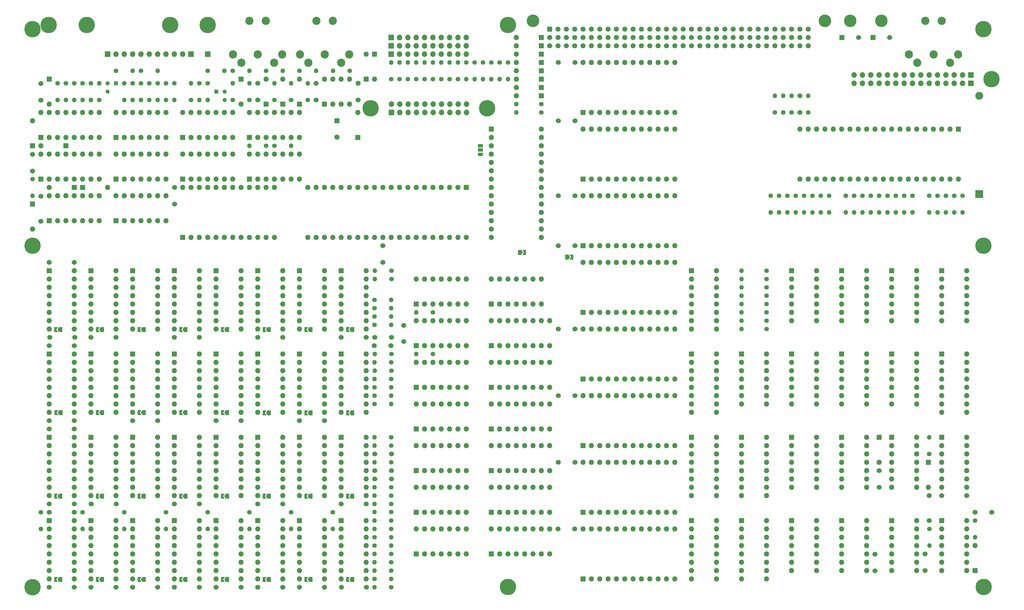
<source format=gbr>
%TF.GenerationSoftware,KiCad,Pcbnew,7.0.6-0*%
%TF.CreationDate,2023-11-17T13:24:16+02:00*%
%TF.ProjectId,main,6d61696e-2e6b-4696-9361-645f70636258,rev?*%
%TF.SameCoordinates,Original*%
%TF.FileFunction,Soldermask,Top*%
%TF.FilePolarity,Negative*%
%FSLAX46Y46*%
G04 Gerber Fmt 4.6, Leading zero omitted, Abs format (unit mm)*
G04 Created by KiCad (PCBNEW 7.0.6-0) date 2023-11-17 13:24:16*
%MOMM*%
%LPD*%
G01*
G04 APERTURE LIST*
G04 Aperture macros list*
%AMRoundRect*
0 Rectangle with rounded corners*
0 $1 Rounding radius*
0 $2 $3 $4 $5 $6 $7 $8 $9 X,Y pos of 4 corners*
0 Add a 4 corners polygon primitive as box body*
4,1,4,$2,$3,$4,$5,$6,$7,$8,$9,$2,$3,0*
0 Add four circle primitives for the rounded corners*
1,1,$1+$1,$2,$3*
1,1,$1+$1,$4,$5*
1,1,$1+$1,$6,$7*
1,1,$1+$1,$8,$9*
0 Add four rect primitives between the rounded corners*
20,1,$1+$1,$2,$3,$4,$5,0*
20,1,$1+$1,$4,$5,$6,$7,0*
20,1,$1+$1,$6,$7,$8,$9,0*
20,1,$1+$1,$8,$9,$2,$3,0*%
%AMFreePoly0*
4,1,6,1.000000,0.000000,0.500000,-0.750000,-0.500000,-0.750000,-0.500000,0.750000,0.500000,0.750000,1.000000,0.000000,1.000000,0.000000,$1*%
%AMFreePoly1*
4,1,6,0.500000,-0.750000,-0.650000,-0.750000,-0.150000,0.000000,-0.650000,0.750000,0.500000,0.750000,0.500000,-0.750000,0.500000,-0.750000,$1*%
G04 Aperture macros list end*
%ADD10C,1.400000*%
%ADD11O,1.400000X1.400000*%
%ADD12R,1.600000X1.600000*%
%ADD13O,1.600000X1.600000*%
%ADD14C,1.524000*%
%ADD15C,1.600000*%
%ADD16R,1.300000X1.300000*%
%ADD17C,1.300000*%
%ADD18C,2.500000*%
%ADD19R,1.700000X1.700000*%
%ADD20O,1.700000X1.700000*%
%ADD21R,2.400000X2.400000*%
%ADD22O,2.400000X2.400000*%
%ADD23C,5.000000*%
%ADD24C,1.500000*%
%ADD25C,3.850000*%
%ADD26RoundRect,0.249999X-0.525001X-0.525001X0.525001X-0.525001X0.525001X0.525001X-0.525001X0.525001X0*%
%ADD27C,1.550000*%
%ADD28FreePoly0,180.000000*%
%ADD29FreePoly1,180.000000*%
%ADD30R,1.500000X1.000000*%
%ADD31FreePoly0,0.000000*%
%ADD32FreePoly1,0.000000*%
%ADD33R,1.524000X1.524000*%
%ADD34C,3.800000*%
G04 APERTURE END LIST*
D10*
%TO.C,R12*%
X109778800Y-202565000D03*
D11*
X109778800Y-207645000D03*
%TD*%
D10*
%TO.C,R69*%
X274878800Y-80645000D03*
D11*
X274878800Y-75565000D03*
%TD*%
D10*
%TO.C,R14*%
X84378800Y-202565000D03*
D11*
X84378800Y-207645000D03*
%TD*%
D10*
%TO.C,R17*%
X46278800Y-202565000D03*
D11*
X46278800Y-207645000D03*
%TD*%
D10*
%TO.C,R16*%
X58978800Y-202565000D03*
D11*
X58978800Y-207645000D03*
%TD*%
D10*
%TO.C,R15*%
X71678800Y-202565000D03*
D11*
X71678800Y-207645000D03*
%TD*%
D10*
%TO.C,R11*%
X122478800Y-202565000D03*
D11*
X122478800Y-207645000D03*
%TD*%
D10*
%TO.C,R68*%
X272338800Y-80645000D03*
D11*
X272338800Y-75565000D03*
%TD*%
D10*
%TO.C,R13*%
X97078800Y-202565000D03*
D11*
X97078800Y-207645000D03*
%TD*%
D10*
%TO.C,R67*%
X269798800Y-80645000D03*
D11*
X269798800Y-75565000D03*
%TD*%
D12*
%TO.C,D2*%
X316534800Y-187325000D03*
D13*
X316534800Y-194945000D03*
%TD*%
D14*
%TO.C,C41*%
X277418800Y-80645000D03*
X277418800Y-75565000D03*
%TD*%
D12*
%TO.C,D1*%
X330758800Y-220345000D03*
D13*
X330758800Y-212725000D03*
%TD*%
D12*
%TO.C,D3*%
X301548800Y-179705000D03*
D13*
X301548800Y-187325000D03*
%TD*%
D14*
%TO.C,C16*%
X203838800Y-187325000D03*
X208918800Y-187325000D03*
%TD*%
%TO.C,C22*%
X203838800Y-167005000D03*
X208918800Y-167005000D03*
%TD*%
%TO.C,C31*%
X203838800Y-146685000D03*
X208918800Y-146685000D03*
%TD*%
%TO.C,C38*%
X203838800Y-106045000D03*
X208918800Y-106045000D03*
%TD*%
%TO.C,C40*%
X203838800Y-83185000D03*
X208918800Y-83185000D03*
%TD*%
D12*
%TO.C,D4*%
X48818800Y-70485000D03*
D13*
X48818800Y-78105000D03*
%TD*%
D12*
%TO.C,DBR1*%
X53898800Y-90805000D03*
D13*
X46278800Y-90805000D03*
%TD*%
D12*
%TO.C,DBR5*%
X56438800Y-103505000D03*
D13*
X48818800Y-103505000D03*
%TD*%
D12*
%TO.C,DBR4*%
X43738800Y-108585000D03*
D13*
X43738800Y-116205000D03*
%TD*%
D14*
%TO.C,C23*%
X48818800Y-151765000D03*
X56438800Y-151765000D03*
%TD*%
%TO.C,C7*%
X48818800Y-202577700D03*
X56438800Y-202577700D03*
%TD*%
%TO.C,C32*%
X48818800Y-126365000D03*
X56438800Y-126365000D03*
%TD*%
%TO.C,C12*%
X112318800Y-200025000D03*
X119938800Y-200025000D03*
%TD*%
%TO.C,C13*%
X137718800Y-200025000D03*
X145338800Y-200025000D03*
%TD*%
%TO.C,C25*%
X48938800Y-149225000D03*
X56558800Y-149225000D03*
%TD*%
%TO.C,C21*%
X125018800Y-174625000D03*
X132638800Y-174625000D03*
%TD*%
%TO.C,C20*%
X99618800Y-174625000D03*
X107238800Y-174625000D03*
%TD*%
%TO.C,C26*%
X69138800Y-149225000D03*
X61518800Y-149225000D03*
%TD*%
%TO.C,C11*%
X86918800Y-200025000D03*
X94538800Y-200025000D03*
%TD*%
%TO.C,C29*%
X145338800Y-149225000D03*
X137718800Y-149225000D03*
%TD*%
%TO.C,C28*%
X119938800Y-149225000D03*
X112318800Y-149225000D03*
%TD*%
%TO.C,C27*%
X94538800Y-149225000D03*
X86918800Y-149225000D03*
%TD*%
%TO.C,C19*%
X74218800Y-174625000D03*
X81838800Y-174625000D03*
%TD*%
%TO.C,C10*%
X61588000Y-200025000D03*
X69208000Y-200025000D03*
%TD*%
%TO.C,C9*%
X56438800Y-200025000D03*
X48818800Y-200025000D03*
%TD*%
%TO.C,C2*%
X74218800Y-225425000D03*
X81838800Y-225425000D03*
%TD*%
%TO.C,C1*%
X48818800Y-225425000D03*
X56438800Y-225425000D03*
%TD*%
D12*
%TO.C,U86*%
X69138800Y-88265000D03*
D13*
X71678800Y-88265000D03*
X74218800Y-88265000D03*
X76758800Y-88265000D03*
X79298800Y-88265000D03*
X81838800Y-88265000D03*
X84378800Y-88265000D03*
X84378800Y-80645000D03*
X81838800Y-80645000D03*
X79298800Y-80645000D03*
X76758800Y-80645000D03*
X74218800Y-80645000D03*
X71678800Y-80645000D03*
X69138800Y-80645000D03*
%TD*%
D12*
%TO.C,U78*%
X69138800Y-113665000D03*
D13*
X71678800Y-113665000D03*
X74218800Y-113665000D03*
X76758800Y-113665000D03*
X79298800Y-113665000D03*
X81838800Y-113665000D03*
X84378800Y-113665000D03*
X84378800Y-106045000D03*
X81838800Y-106045000D03*
X79298800Y-106045000D03*
X76758800Y-106045000D03*
X74218800Y-106045000D03*
X71678800Y-106045000D03*
X69138800Y-106045000D03*
%TD*%
D12*
%TO.C,U77*%
X48818800Y-113665000D03*
D13*
X51358800Y-113665000D03*
X53898800Y-113665000D03*
X56438800Y-113665000D03*
X58978800Y-113665000D03*
X61518800Y-113665000D03*
X64058800Y-113665000D03*
X64058800Y-106045000D03*
X61518800Y-106045000D03*
X58978800Y-106045000D03*
X56438800Y-106045000D03*
X53898800Y-106045000D03*
X51358800Y-106045000D03*
X48818800Y-106045000D03*
%TD*%
D12*
%TO.C,U80*%
X46278800Y-100965000D03*
D13*
X48818800Y-100965000D03*
X51358800Y-100965000D03*
X53898800Y-100965000D03*
X56438800Y-100965000D03*
X58978800Y-100965000D03*
X61518800Y-100965000D03*
X64058800Y-100965000D03*
X64058800Y-93345000D03*
X61518800Y-93345000D03*
X58978800Y-93345000D03*
X56438800Y-93345000D03*
X53898800Y-93345000D03*
X51358800Y-93345000D03*
X48818800Y-93345000D03*
X46278800Y-93345000D03*
%TD*%
D12*
%TO.C,U83*%
X109778800Y-100965000D03*
D13*
X112318800Y-100965000D03*
X114858800Y-100965000D03*
X117398800Y-100965000D03*
X119938800Y-100965000D03*
X122478800Y-100965000D03*
X125018800Y-100965000D03*
X125018800Y-93345000D03*
X122478800Y-93345000D03*
X119938800Y-93345000D03*
X117398800Y-93345000D03*
X114858800Y-93345000D03*
X112318800Y-93345000D03*
X109778800Y-93345000D03*
%TD*%
D12*
%TO.C,U81*%
X69138800Y-100965000D03*
D13*
X71678800Y-100965000D03*
X74218800Y-100965000D03*
X76758800Y-100965000D03*
X79298800Y-100965000D03*
X81838800Y-100965000D03*
X84378800Y-100965000D03*
X84378800Y-93345000D03*
X81838800Y-93345000D03*
X79298800Y-93345000D03*
X76758800Y-93345000D03*
X74218800Y-93345000D03*
X71678800Y-93345000D03*
X69138800Y-93345000D03*
%TD*%
D12*
%TO.C,U88*%
X109778800Y-88265000D03*
D13*
X112318800Y-88265000D03*
X114858800Y-88265000D03*
X117398800Y-88265000D03*
X119938800Y-88265000D03*
X122478800Y-88265000D03*
X125018800Y-88265000D03*
X125018800Y-80645000D03*
X122478800Y-80645000D03*
X119938800Y-80645000D03*
X117398800Y-80645000D03*
X114858800Y-80645000D03*
X112318800Y-80645000D03*
X109778800Y-80645000D03*
%TD*%
D12*
%TO.C,U37*%
X320598800Y-179705000D03*
D13*
X320598800Y-182245000D03*
X320598800Y-184785000D03*
X320598800Y-187325000D03*
X320598800Y-189865000D03*
X320598800Y-192405000D03*
X320598800Y-194945000D03*
X328218800Y-194945000D03*
X328218800Y-192405000D03*
X328218800Y-189865000D03*
X328218800Y-187325000D03*
X328218800Y-184785000D03*
X328218800Y-182245000D03*
X328218800Y-179705000D03*
%TD*%
D12*
%TO.C,U52*%
X259638800Y-154305000D03*
D13*
X259638800Y-156845000D03*
X259638800Y-159385000D03*
X259638800Y-161925000D03*
X259638800Y-164465000D03*
X259638800Y-167005000D03*
X259638800Y-169545000D03*
X267258800Y-169545000D03*
X267258800Y-167005000D03*
X267258800Y-164465000D03*
X267258800Y-161925000D03*
X267258800Y-159385000D03*
X267258800Y-156845000D03*
X267258800Y-154305000D03*
%TD*%
D12*
%TO.C,U36*%
X305358800Y-179705000D03*
D13*
X305358800Y-182245000D03*
X305358800Y-184785000D03*
X305358800Y-187325000D03*
X305358800Y-189865000D03*
X305358800Y-192405000D03*
X305358800Y-194945000D03*
X312978800Y-194945000D03*
X312978800Y-192405000D03*
X312978800Y-189865000D03*
X312978800Y-187325000D03*
X312978800Y-184785000D03*
X312978800Y-182245000D03*
X312978800Y-179705000D03*
%TD*%
D12*
%TO.C,U17*%
X320598800Y-205105000D03*
D13*
X320598800Y-207645000D03*
X320598800Y-210185000D03*
X320598800Y-212725000D03*
X320598800Y-215265000D03*
X320598800Y-217805000D03*
X320598800Y-220345000D03*
X328218800Y-220345000D03*
X328218800Y-217805000D03*
X328218800Y-215265000D03*
X328218800Y-212725000D03*
X328218800Y-210185000D03*
X328218800Y-207645000D03*
X328218800Y-205105000D03*
%TD*%
D12*
%TO.C,U16*%
X305358800Y-205105000D03*
D13*
X305358800Y-207645000D03*
X305358800Y-210185000D03*
X305358800Y-212725000D03*
X305358800Y-215265000D03*
X305358800Y-217805000D03*
X305358800Y-220345000D03*
X312978800Y-220345000D03*
X312978800Y-217805000D03*
X312978800Y-215265000D03*
X312978800Y-212725000D03*
X312978800Y-210185000D03*
X312978800Y-207645000D03*
X312978800Y-205105000D03*
%TD*%
D12*
%TO.C,U14*%
X274878800Y-205105000D03*
D13*
X274878800Y-207645000D03*
X274878800Y-210185000D03*
X274878800Y-212725000D03*
X274878800Y-215265000D03*
X274878800Y-217805000D03*
X274878800Y-220345000D03*
X282498800Y-220345000D03*
X282498800Y-217805000D03*
X282498800Y-215265000D03*
X282498800Y-212725000D03*
X282498800Y-210185000D03*
X282498800Y-207645000D03*
X282498800Y-205105000D03*
%TD*%
D12*
%TO.C,U76*%
X89458800Y-118745000D03*
D13*
X91998800Y-118745000D03*
X94538800Y-118745000D03*
X97078800Y-118745000D03*
X99618800Y-118745000D03*
X102158800Y-118745000D03*
X104698800Y-118745000D03*
X107238800Y-118745000D03*
X109778800Y-118745000D03*
X112318800Y-118745000D03*
X114858800Y-118745000D03*
X117398800Y-118745000D03*
X117398800Y-103505000D03*
X114858800Y-103505000D03*
X112318800Y-103505000D03*
X109778800Y-103505000D03*
X107238800Y-103505000D03*
X104698800Y-103505000D03*
X102158800Y-103505000D03*
X99618800Y-103505000D03*
X97078800Y-103505000D03*
X94538800Y-103505000D03*
X91998800Y-103505000D03*
X89458800Y-103505000D03*
%TD*%
D12*
%TO.C,U90*%
X325678800Y-85725000D03*
D13*
X323138800Y-85725000D03*
X320598800Y-85725000D03*
X318058800Y-85725000D03*
X315518800Y-85725000D03*
X312978800Y-85725000D03*
X310438800Y-85725000D03*
X307898800Y-85725000D03*
X305358800Y-85725000D03*
X302818800Y-85725000D03*
X300278800Y-85725000D03*
X297738800Y-85725000D03*
X295198800Y-85725000D03*
X292658800Y-85725000D03*
X290118800Y-85725000D03*
X287578800Y-85725000D03*
X285038800Y-85725000D03*
X282498800Y-85725000D03*
X279958800Y-85725000D03*
X277418800Y-85725000D03*
X277418800Y-100965000D03*
X279958800Y-100965000D03*
X282498800Y-100965000D03*
X285038800Y-100965000D03*
X287578800Y-100965000D03*
X290118800Y-100965000D03*
X292658800Y-100965000D03*
X295198800Y-100965000D03*
X297738800Y-100965000D03*
X300278800Y-100965000D03*
X302818800Y-100965000D03*
X305358800Y-100965000D03*
X307898800Y-100965000D03*
X310438800Y-100965000D03*
X312978800Y-100965000D03*
X315518800Y-100965000D03*
X318058800Y-100965000D03*
X320598800Y-100965000D03*
X323138800Y-100965000D03*
X325678800Y-100965000D03*
%TD*%
D12*
%TO.C,U75*%
X211378800Y-121285000D03*
D13*
X213918800Y-121285000D03*
X216458800Y-121285000D03*
X218998800Y-121285000D03*
X221538800Y-121285000D03*
X224078800Y-121285000D03*
X226618800Y-121285000D03*
X229158800Y-121285000D03*
X231698800Y-121285000D03*
X234238800Y-121285000D03*
X236778800Y-121285000D03*
X239318800Y-121285000D03*
X239318800Y-106045000D03*
X236778800Y-106045000D03*
X234238800Y-106045000D03*
X231698800Y-106045000D03*
X229158800Y-106045000D03*
X226618800Y-106045000D03*
X224078800Y-106045000D03*
X221538800Y-106045000D03*
X218998800Y-106045000D03*
X216458800Y-106045000D03*
X213918800Y-106045000D03*
X211378800Y-106045000D03*
%TD*%
D12*
%TO.C,U74*%
X320598800Y-128905000D03*
D13*
X320598800Y-131445000D03*
X320598800Y-133985000D03*
X320598800Y-136525000D03*
X320598800Y-139065000D03*
X320598800Y-141605000D03*
X320598800Y-144145000D03*
X328218800Y-144145000D03*
X328218800Y-141605000D03*
X328218800Y-139065000D03*
X328218800Y-136525000D03*
X328218800Y-133985000D03*
X328218800Y-131445000D03*
X328218800Y-128905000D03*
%TD*%
D12*
%TO.C,U73*%
X305358800Y-128905000D03*
D13*
X305358800Y-131445000D03*
X305358800Y-133985000D03*
X305358800Y-136525000D03*
X305358800Y-139065000D03*
X305358800Y-141605000D03*
X305358800Y-144145000D03*
X312978800Y-144145000D03*
X312978800Y-141605000D03*
X312978800Y-139065000D03*
X312978800Y-136525000D03*
X312978800Y-133985000D03*
X312978800Y-131445000D03*
X312978800Y-128905000D03*
%TD*%
D12*
%TO.C,U72*%
X290118800Y-128905000D03*
D13*
X290118800Y-131445000D03*
X290118800Y-133985000D03*
X290118800Y-136525000D03*
X290118800Y-139065000D03*
X290118800Y-141605000D03*
X290118800Y-144145000D03*
X297738800Y-144145000D03*
X297738800Y-141605000D03*
X297738800Y-139065000D03*
X297738800Y-136525000D03*
X297738800Y-133985000D03*
X297738800Y-131445000D03*
X297738800Y-128905000D03*
%TD*%
D12*
%TO.C,U68*%
X125018800Y-128905000D03*
D13*
X125018800Y-131445000D03*
X125018800Y-133985000D03*
X125018800Y-136525000D03*
X125018800Y-139065000D03*
X125018800Y-141605000D03*
X125018800Y-144145000D03*
X125018800Y-146685000D03*
X132638800Y-146685000D03*
X132638800Y-144145000D03*
X132638800Y-141605000D03*
X132638800Y-139065000D03*
X132638800Y-136525000D03*
X132638800Y-133985000D03*
X132638800Y-131445000D03*
X132638800Y-128905000D03*
%TD*%
D12*
%TO.C,U71*%
X274878800Y-128905000D03*
D13*
X274878800Y-131445000D03*
X274878800Y-133985000D03*
X274878800Y-136525000D03*
X274878800Y-139065000D03*
X274878800Y-141605000D03*
X274878800Y-144145000D03*
X282498800Y-144145000D03*
X282498800Y-141605000D03*
X282498800Y-139065000D03*
X282498800Y-136525000D03*
X282498800Y-133985000D03*
X282498800Y-131445000D03*
X282498800Y-128905000D03*
%TD*%
D12*
%TO.C,U70*%
X244398800Y-128905000D03*
D13*
X244398800Y-131445000D03*
X244398800Y-133985000D03*
X244398800Y-136525000D03*
X244398800Y-139065000D03*
X244398800Y-141605000D03*
X244398800Y-144145000D03*
X244398800Y-146685000D03*
X252018800Y-146685000D03*
X252018800Y-144145000D03*
X252018800Y-141605000D03*
X252018800Y-139065000D03*
X252018800Y-136525000D03*
X252018800Y-133985000D03*
X252018800Y-131445000D03*
X252018800Y-128905000D03*
%TD*%
D12*
%TO.C,U69*%
X137718800Y-128905000D03*
D13*
X137718800Y-131445000D03*
X137718800Y-133985000D03*
X137718800Y-136525000D03*
X137718800Y-139065000D03*
X137718800Y-141605000D03*
X137718800Y-144145000D03*
X137718800Y-146685000D03*
X145338800Y-146685000D03*
X145338800Y-144145000D03*
X145338800Y-141605000D03*
X145338800Y-139065000D03*
X145338800Y-136525000D03*
X145338800Y-133985000D03*
X145338800Y-131445000D03*
X145338800Y-128905000D03*
%TD*%
D12*
%TO.C,U67*%
X112318800Y-128905000D03*
D13*
X112318800Y-131445000D03*
X112318800Y-133985000D03*
X112318800Y-136525000D03*
X112318800Y-139065000D03*
X112318800Y-141605000D03*
X112318800Y-144145000D03*
X112318800Y-146685000D03*
X119938800Y-146685000D03*
X119938800Y-144145000D03*
X119938800Y-141605000D03*
X119938800Y-139065000D03*
X119938800Y-136525000D03*
X119938800Y-133985000D03*
X119938800Y-131445000D03*
X119938800Y-128905000D03*
%TD*%
D12*
%TO.C,U66*%
X99618800Y-128905000D03*
D13*
X99618800Y-131445000D03*
X99618800Y-133985000D03*
X99618800Y-136525000D03*
X99618800Y-139065000D03*
X99618800Y-141605000D03*
X99618800Y-144145000D03*
X99618800Y-146685000D03*
X107238800Y-146685000D03*
X107238800Y-144145000D03*
X107238800Y-141605000D03*
X107238800Y-139065000D03*
X107238800Y-136525000D03*
X107238800Y-133985000D03*
X107238800Y-131445000D03*
X107238800Y-128905000D03*
%TD*%
D12*
%TO.C,U64*%
X74218800Y-128905000D03*
D13*
X74218800Y-131445000D03*
X74218800Y-133985000D03*
X74218800Y-136525000D03*
X74218800Y-139065000D03*
X74218800Y-141605000D03*
X74218800Y-144145000D03*
X74218800Y-146685000D03*
X81838800Y-146685000D03*
X81838800Y-144145000D03*
X81838800Y-141605000D03*
X81838800Y-139065000D03*
X81838800Y-136525000D03*
X81838800Y-133985000D03*
X81838800Y-131445000D03*
X81838800Y-128905000D03*
%TD*%
D12*
%TO.C,U63*%
X61518800Y-128905000D03*
D13*
X61518800Y-131445000D03*
X61518800Y-133985000D03*
X61518800Y-136525000D03*
X61518800Y-139065000D03*
X61518800Y-141605000D03*
X61518800Y-144145000D03*
X61518800Y-146685000D03*
X69138800Y-146685000D03*
X69138800Y-144145000D03*
X69138800Y-141605000D03*
X69138800Y-139065000D03*
X69138800Y-136525000D03*
X69138800Y-133985000D03*
X69138800Y-131445000D03*
X69138800Y-128905000D03*
%TD*%
D12*
%TO.C,U46*%
X86918800Y-154305000D03*
D13*
X86918800Y-156845000D03*
X86918800Y-159385000D03*
X86918800Y-161925000D03*
X86918800Y-164465000D03*
X86918800Y-167005000D03*
X86918800Y-169545000D03*
X86918800Y-172085000D03*
X94538800Y-172085000D03*
X94538800Y-169545000D03*
X94538800Y-167005000D03*
X94538800Y-164465000D03*
X94538800Y-161925000D03*
X94538800Y-159385000D03*
X94538800Y-156845000D03*
X94538800Y-154305000D03*
%TD*%
D12*
%TO.C,U62*%
X48818800Y-128905000D03*
D13*
X48818800Y-131445000D03*
X48818800Y-133985000D03*
X48818800Y-136525000D03*
X48818800Y-139065000D03*
X48818800Y-141605000D03*
X48818800Y-144145000D03*
X48818800Y-146685000D03*
X56438800Y-146685000D03*
X56438800Y-144145000D03*
X56438800Y-141605000D03*
X56438800Y-139065000D03*
X56438800Y-136525000D03*
X56438800Y-133985000D03*
X56438800Y-131445000D03*
X56438800Y-128905000D03*
%TD*%
D12*
%TO.C,U60*%
X160578800Y-139065000D03*
D13*
X163118800Y-139065000D03*
X165658800Y-139065000D03*
X168198800Y-139065000D03*
X170738800Y-139065000D03*
X173278800Y-139065000D03*
X175818800Y-139065000D03*
X175818800Y-131445000D03*
X173278800Y-131445000D03*
X170738800Y-131445000D03*
X168198800Y-131445000D03*
X165658800Y-131445000D03*
X163118800Y-131445000D03*
X160578800Y-131445000D03*
%TD*%
D12*
%TO.C,U59*%
X211378800Y-141605000D03*
D13*
X213918800Y-141605000D03*
X216458800Y-141605000D03*
X218998800Y-141605000D03*
X221538800Y-141605000D03*
X224078800Y-141605000D03*
X226618800Y-141605000D03*
X229158800Y-141605000D03*
X231698800Y-141605000D03*
X234238800Y-141605000D03*
X236778800Y-141605000D03*
X239318800Y-141605000D03*
X239318800Y-126365000D03*
X236778800Y-126365000D03*
X234238800Y-126365000D03*
X231698800Y-126365000D03*
X229158800Y-126365000D03*
X226618800Y-126365000D03*
X224078800Y-126365000D03*
X221538800Y-126365000D03*
X218998800Y-126365000D03*
X216458800Y-126365000D03*
X213918800Y-126365000D03*
X211378800Y-126365000D03*
%TD*%
D12*
%TO.C,U57*%
X160578800Y-151765000D03*
D13*
X163118800Y-151765000D03*
X165658800Y-151765000D03*
X168198800Y-151765000D03*
X170738800Y-151765000D03*
X173278800Y-151765000D03*
X175818800Y-151765000D03*
X175818800Y-144145000D03*
X173278800Y-144145000D03*
X170738800Y-144145000D03*
X168198800Y-144145000D03*
X165658800Y-144145000D03*
X163118800Y-144145000D03*
X160578800Y-144145000D03*
%TD*%
D12*
%TO.C,U50*%
X137718800Y-154305000D03*
D13*
X137718800Y-156845000D03*
X137718800Y-159385000D03*
X137718800Y-161925000D03*
X137718800Y-164465000D03*
X137718800Y-167005000D03*
X137718800Y-169545000D03*
X137718800Y-172085000D03*
X145338800Y-172085000D03*
X145338800Y-169545000D03*
X145338800Y-167005000D03*
X145338800Y-164465000D03*
X145338800Y-161925000D03*
X145338800Y-159385000D03*
X145338800Y-156845000D03*
X145338800Y-154305000D03*
%TD*%
D12*
%TO.C,U48*%
X112318800Y-154305000D03*
D13*
X112318800Y-156845000D03*
X112318800Y-159385000D03*
X112318800Y-161925000D03*
X112318800Y-164465000D03*
X112318800Y-167005000D03*
X112318800Y-169545000D03*
X112318800Y-172085000D03*
X119938800Y-172085000D03*
X119938800Y-169545000D03*
X119938800Y-167005000D03*
X119938800Y-164465000D03*
X119938800Y-161925000D03*
X119938800Y-159385000D03*
X119938800Y-156845000D03*
X119938800Y-154305000D03*
%TD*%
D12*
%TO.C,U51*%
X244398800Y-154305000D03*
D13*
X244398800Y-156845000D03*
X244398800Y-159385000D03*
X244398800Y-161925000D03*
X244398800Y-164465000D03*
X244398800Y-167005000D03*
X244398800Y-169545000D03*
X244398800Y-172085000D03*
X252018800Y-172085000D03*
X252018800Y-169545000D03*
X252018800Y-167005000D03*
X252018800Y-164465000D03*
X252018800Y-161925000D03*
X252018800Y-159385000D03*
X252018800Y-156845000D03*
X252018800Y-154305000D03*
%TD*%
D12*
%TO.C,U45*%
X74218800Y-154305000D03*
D13*
X74218800Y-156845000D03*
X74218800Y-159385000D03*
X74218800Y-161925000D03*
X74218800Y-164465000D03*
X74218800Y-167005000D03*
X74218800Y-169545000D03*
X74218800Y-172085000D03*
X81838800Y-172085000D03*
X81838800Y-169545000D03*
X81838800Y-167005000D03*
X81838800Y-164465000D03*
X81838800Y-161925000D03*
X81838800Y-159385000D03*
X81838800Y-156845000D03*
X81838800Y-154305000D03*
%TD*%
D12*
%TO.C,U54*%
X290118800Y-154305000D03*
D13*
X290118800Y-156845000D03*
X290118800Y-159385000D03*
X290118800Y-161925000D03*
X290118800Y-164465000D03*
X290118800Y-167005000D03*
X290118800Y-169545000D03*
X297738800Y-169545000D03*
X297738800Y-167005000D03*
X297738800Y-164465000D03*
X297738800Y-161925000D03*
X297738800Y-159385000D03*
X297738800Y-156845000D03*
X297738800Y-154305000D03*
%TD*%
D12*
%TO.C,U53*%
X274878800Y-154305000D03*
D13*
X274878800Y-156845000D03*
X274878800Y-159385000D03*
X274878800Y-161925000D03*
X274878800Y-164465000D03*
X274878800Y-167005000D03*
X274878800Y-169545000D03*
X282498800Y-169545000D03*
X282498800Y-167005000D03*
X282498800Y-164465000D03*
X282498800Y-161925000D03*
X282498800Y-159385000D03*
X282498800Y-156845000D03*
X282498800Y-154305000D03*
%TD*%
D12*
%TO.C,U49*%
X125018800Y-154305000D03*
D13*
X125018800Y-156845000D03*
X125018800Y-159385000D03*
X125018800Y-161925000D03*
X125018800Y-164465000D03*
X125018800Y-167005000D03*
X125018800Y-169545000D03*
X125018800Y-172085000D03*
X132638800Y-172085000D03*
X132638800Y-169545000D03*
X132638800Y-167005000D03*
X132638800Y-164465000D03*
X132638800Y-161925000D03*
X132638800Y-159385000D03*
X132638800Y-156845000D03*
X132638800Y-154305000D03*
%TD*%
D12*
%TO.C,U47*%
X99618800Y-154305000D03*
D13*
X99618800Y-156845000D03*
X99618800Y-159385000D03*
X99618800Y-161925000D03*
X99618800Y-164465000D03*
X99618800Y-167005000D03*
X99618800Y-169545000D03*
X99618800Y-172085000D03*
X107238800Y-172085000D03*
X107238800Y-169545000D03*
X107238800Y-167005000D03*
X107238800Y-164465000D03*
X107238800Y-161925000D03*
X107238800Y-159385000D03*
X107238800Y-156845000D03*
X107238800Y-154305000D03*
%TD*%
D12*
%TO.C,U42*%
X211378800Y-161925000D03*
D13*
X213918800Y-161925000D03*
X216458800Y-161925000D03*
X218998800Y-161925000D03*
X221538800Y-161925000D03*
X224078800Y-161925000D03*
X226618800Y-161925000D03*
X229158800Y-161925000D03*
X231698800Y-161925000D03*
X234238800Y-161925000D03*
X236778800Y-161925000D03*
X239318800Y-161925000D03*
X239318800Y-146685000D03*
X236778800Y-146685000D03*
X234238800Y-146685000D03*
X231698800Y-146685000D03*
X229158800Y-146685000D03*
X226618800Y-146685000D03*
X224078800Y-146685000D03*
X221538800Y-146685000D03*
X218998800Y-146685000D03*
X216458800Y-146685000D03*
X213918800Y-146685000D03*
X211378800Y-146685000D03*
%TD*%
D12*
%TO.C,U41*%
X183438800Y-164465000D03*
D13*
X185978800Y-164465000D03*
X188518800Y-164465000D03*
X191058800Y-164465000D03*
X193598800Y-164465000D03*
X196138800Y-164465000D03*
X198678800Y-164465000D03*
X201218800Y-164465000D03*
X201218800Y-156845000D03*
X198678800Y-156845000D03*
X196138800Y-156845000D03*
X193598800Y-156845000D03*
X191058800Y-156845000D03*
X188518800Y-156845000D03*
X185978800Y-156845000D03*
X183438800Y-156845000D03*
%TD*%
D12*
%TO.C,U38*%
X160578800Y-177165000D03*
D13*
X163118800Y-177165000D03*
X165658800Y-177165000D03*
X168198800Y-177165000D03*
X170738800Y-177165000D03*
X173278800Y-177165000D03*
X175818800Y-177165000D03*
X175818800Y-169545000D03*
X173278800Y-169545000D03*
X170738800Y-169545000D03*
X168198800Y-169545000D03*
X165658800Y-169545000D03*
X163118800Y-169545000D03*
X160578800Y-169545000D03*
%TD*%
D12*
%TO.C,U33*%
X259638800Y-179705000D03*
D13*
X259638800Y-182245000D03*
X259638800Y-184785000D03*
X259638800Y-187325000D03*
X259638800Y-189865000D03*
X259638800Y-192405000D03*
X259638800Y-194945000D03*
X259638800Y-197485000D03*
X267258800Y-197485000D03*
X267258800Y-194945000D03*
X267258800Y-192405000D03*
X267258800Y-189865000D03*
X267258800Y-187325000D03*
X267258800Y-184785000D03*
X267258800Y-182245000D03*
X267258800Y-179705000D03*
%TD*%
D12*
%TO.C,U32*%
X244398800Y-179705000D03*
D13*
X244398800Y-182245000D03*
X244398800Y-184785000D03*
X244398800Y-187325000D03*
X244398800Y-189865000D03*
X244398800Y-192405000D03*
X244398800Y-194945000D03*
X244398800Y-197485000D03*
X252018800Y-197485000D03*
X252018800Y-194945000D03*
X252018800Y-192405000D03*
X252018800Y-189865000D03*
X252018800Y-187325000D03*
X252018800Y-184785000D03*
X252018800Y-182245000D03*
X252018800Y-179705000D03*
%TD*%
D12*
%TO.C,U8*%
X99618800Y-205105000D03*
D13*
X99618800Y-207645000D03*
X99618800Y-210185000D03*
X99618800Y-212725000D03*
X99618800Y-215265000D03*
X99618800Y-217805000D03*
X99618800Y-220345000D03*
X99618800Y-222885000D03*
X107238800Y-222885000D03*
X107238800Y-220345000D03*
X107238800Y-217805000D03*
X107238800Y-215265000D03*
X107238800Y-212725000D03*
X107238800Y-210185000D03*
X107238800Y-207645000D03*
X107238800Y-205105000D03*
%TD*%
D12*
%TO.C,U19*%
X160578800Y-202565000D03*
D13*
X163118800Y-202565000D03*
X165658800Y-202565000D03*
X168198800Y-202565000D03*
X170738800Y-202565000D03*
X173278800Y-202565000D03*
X175818800Y-202565000D03*
X175818800Y-194945000D03*
X173278800Y-194945000D03*
X170738800Y-194945000D03*
X168198800Y-194945000D03*
X165658800Y-194945000D03*
X163118800Y-194945000D03*
X160578800Y-194945000D03*
%TD*%
D12*
%TO.C,U12*%
X244398800Y-205105000D03*
D13*
X244398800Y-207645000D03*
X244398800Y-210185000D03*
X244398800Y-212725000D03*
X244398800Y-215265000D03*
X244398800Y-217805000D03*
X244398800Y-220345000D03*
X244398800Y-222885000D03*
X252018800Y-222885000D03*
X252018800Y-220345000D03*
X252018800Y-217805000D03*
X252018800Y-215265000D03*
X252018800Y-212725000D03*
X252018800Y-210185000D03*
X252018800Y-207645000D03*
X252018800Y-205105000D03*
%TD*%
D12*
%TO.C,U31*%
X137718800Y-179705000D03*
D13*
X137718800Y-182245000D03*
X137718800Y-184785000D03*
X137718800Y-187325000D03*
X137718800Y-189865000D03*
X137718800Y-192405000D03*
X137718800Y-194945000D03*
X137718800Y-197485000D03*
X145338800Y-197485000D03*
X145338800Y-194945000D03*
X145338800Y-192405000D03*
X145338800Y-189865000D03*
X145338800Y-187325000D03*
X145338800Y-184785000D03*
X145338800Y-182245000D03*
X145338800Y-179705000D03*
%TD*%
D12*
%TO.C,U25*%
X61518800Y-179705000D03*
D13*
X61518800Y-182245000D03*
X61518800Y-184785000D03*
X61518800Y-187325000D03*
X61518800Y-189865000D03*
X61518800Y-192405000D03*
X61518800Y-194945000D03*
X61518800Y-197485000D03*
X69138800Y-197485000D03*
X69138800Y-194945000D03*
X69138800Y-192405000D03*
X69138800Y-189865000D03*
X69138800Y-187325000D03*
X69138800Y-184785000D03*
X69138800Y-182245000D03*
X69138800Y-179705000D03*
%TD*%
D12*
%TO.C,U10*%
X125018800Y-205105000D03*
D13*
X125018800Y-207645000D03*
X125018800Y-210185000D03*
X125018800Y-212725000D03*
X125018800Y-215265000D03*
X125018800Y-217805000D03*
X125018800Y-220345000D03*
X125018800Y-222885000D03*
X132638800Y-222885000D03*
X132638800Y-220345000D03*
X132638800Y-217805000D03*
X132638800Y-215265000D03*
X132638800Y-212725000D03*
X132638800Y-210185000D03*
X132638800Y-207645000D03*
X132638800Y-205105000D03*
%TD*%
D12*
%TO.C,U3*%
X183438800Y-215265000D03*
D13*
X185978800Y-215265000D03*
X188518800Y-215265000D03*
X191058800Y-215265000D03*
X193598800Y-215265000D03*
X196138800Y-215265000D03*
X198678800Y-215265000D03*
X201218800Y-215265000D03*
X201218800Y-207645000D03*
X198678800Y-207645000D03*
X196138800Y-207645000D03*
X193598800Y-207645000D03*
X191058800Y-207645000D03*
X188518800Y-207645000D03*
X185978800Y-207645000D03*
X183438800Y-207645000D03*
%TD*%
D12*
%TO.C,U20*%
X183438800Y-202565000D03*
D13*
X185978800Y-202565000D03*
X188518800Y-202565000D03*
X191058800Y-202565000D03*
X193598800Y-202565000D03*
X196138800Y-202565000D03*
X198678800Y-202565000D03*
X201218800Y-202565000D03*
X201218800Y-194945000D03*
X198678800Y-194945000D03*
X196138800Y-194945000D03*
X193598800Y-194945000D03*
X191058800Y-194945000D03*
X188518800Y-194945000D03*
X185978800Y-194945000D03*
X183438800Y-194945000D03*
%TD*%
D12*
%TO.C,U6*%
X74218800Y-205105000D03*
D13*
X74218800Y-207645000D03*
X74218800Y-210185000D03*
X74218800Y-212725000D03*
X74218800Y-215265000D03*
X74218800Y-217805000D03*
X74218800Y-220345000D03*
X74218800Y-222885000D03*
X81838800Y-222885000D03*
X81838800Y-220345000D03*
X81838800Y-217805000D03*
X81838800Y-215265000D03*
X81838800Y-212725000D03*
X81838800Y-210185000D03*
X81838800Y-207645000D03*
X81838800Y-205105000D03*
%TD*%
D12*
%TO.C,U65*%
X86918800Y-128905000D03*
D13*
X86918800Y-131445000D03*
X86918800Y-133985000D03*
X86918800Y-136525000D03*
X86918800Y-139065000D03*
X86918800Y-141605000D03*
X86918800Y-144145000D03*
X86918800Y-146685000D03*
X94538800Y-146685000D03*
X94538800Y-144145000D03*
X94538800Y-141605000D03*
X94538800Y-139065000D03*
X94538800Y-136525000D03*
X94538800Y-133985000D03*
X94538800Y-131445000D03*
X94538800Y-128905000D03*
%TD*%
D12*
%TO.C,U18*%
X211378800Y-202565000D03*
D13*
X213918800Y-202565000D03*
X216458800Y-202565000D03*
X218998800Y-202565000D03*
X221538800Y-202565000D03*
X224078800Y-202565000D03*
X226618800Y-202565000D03*
X229158800Y-202565000D03*
X231698800Y-202565000D03*
X234238800Y-202565000D03*
X236778800Y-202565000D03*
X239318800Y-202565000D03*
X239318800Y-187325000D03*
X236778800Y-187325000D03*
X234238800Y-187325000D03*
X231698800Y-187325000D03*
X229158800Y-187325000D03*
X226618800Y-187325000D03*
X224078800Y-187325000D03*
X221538800Y-187325000D03*
X218998800Y-187325000D03*
X216458800Y-187325000D03*
X213918800Y-187325000D03*
X211378800Y-187325000D03*
%TD*%
D12*
%TO.C,U29*%
X112318800Y-179705000D03*
D13*
X112318800Y-182245000D03*
X112318800Y-184785000D03*
X112318800Y-187325000D03*
X112318800Y-189865000D03*
X112318800Y-192405000D03*
X112318800Y-194945000D03*
X112318800Y-197485000D03*
X119938800Y-197485000D03*
X119938800Y-194945000D03*
X119938800Y-192405000D03*
X119938800Y-189865000D03*
X119938800Y-187325000D03*
X119938800Y-184785000D03*
X119938800Y-182245000D03*
X119938800Y-179705000D03*
%TD*%
D12*
%TO.C,U23*%
X211378800Y-182245000D03*
D13*
X213918800Y-182245000D03*
X216458800Y-182245000D03*
X218998800Y-182245000D03*
X221538800Y-182245000D03*
X224078800Y-182245000D03*
X226618800Y-182245000D03*
X229158800Y-182245000D03*
X231698800Y-182245000D03*
X234238800Y-182245000D03*
X236778800Y-182245000D03*
X239318800Y-182245000D03*
X239318800Y-167005000D03*
X236778800Y-167005000D03*
X234238800Y-167005000D03*
X231698800Y-167005000D03*
X229158800Y-167005000D03*
X226618800Y-167005000D03*
X224078800Y-167005000D03*
X221538800Y-167005000D03*
X218998800Y-167005000D03*
X216458800Y-167005000D03*
X213918800Y-167005000D03*
X211378800Y-167005000D03*
%TD*%
D12*
%TO.C,U9*%
X112318800Y-205105000D03*
D13*
X112318800Y-207645000D03*
X112318800Y-210185000D03*
X112318800Y-212725000D03*
X112318800Y-215265000D03*
X112318800Y-217805000D03*
X112318800Y-220345000D03*
X112318800Y-222885000D03*
X119938800Y-222885000D03*
X119938800Y-220345000D03*
X119938800Y-217805000D03*
X119938800Y-215265000D03*
X119938800Y-212725000D03*
X119938800Y-210185000D03*
X119938800Y-207645000D03*
X119938800Y-205105000D03*
%TD*%
D12*
%TO.C,U39*%
X183438800Y-177165000D03*
D13*
X185978800Y-177165000D03*
X188518800Y-177165000D03*
X191058800Y-177165000D03*
X193598800Y-177165000D03*
X196138800Y-177165000D03*
X198678800Y-177165000D03*
X201218800Y-177165000D03*
X201218800Y-169545000D03*
X198678800Y-169545000D03*
X196138800Y-169545000D03*
X193598800Y-169545000D03*
X191058800Y-169545000D03*
X188518800Y-169545000D03*
X185978800Y-169545000D03*
X183438800Y-169545000D03*
%TD*%
D12*
%TO.C,U26*%
X74218800Y-179705000D03*
D13*
X74218800Y-182245000D03*
X74218800Y-184785000D03*
X74218800Y-187325000D03*
X74218800Y-189865000D03*
X74218800Y-192405000D03*
X74218800Y-194945000D03*
X74218800Y-197485000D03*
X81838800Y-197485000D03*
X81838800Y-194945000D03*
X81838800Y-192405000D03*
X81838800Y-189865000D03*
X81838800Y-187325000D03*
X81838800Y-184785000D03*
X81838800Y-182245000D03*
X81838800Y-179705000D03*
%TD*%
D12*
%TO.C,U43*%
X48818800Y-154305000D03*
D13*
X48818800Y-156845000D03*
X48818800Y-159385000D03*
X48818800Y-161925000D03*
X48818800Y-164465000D03*
X48818800Y-167005000D03*
X48818800Y-169545000D03*
X48818800Y-172085000D03*
X56438800Y-172085000D03*
X56438800Y-169545000D03*
X56438800Y-167005000D03*
X56438800Y-164465000D03*
X56438800Y-161925000D03*
X56438800Y-159385000D03*
X56438800Y-156845000D03*
X56438800Y-154305000D03*
%TD*%
D12*
%TO.C,U15*%
X290118800Y-205105000D03*
D13*
X290118800Y-207645000D03*
X290118800Y-210185000D03*
X290118800Y-212725000D03*
X290118800Y-215265000D03*
X290118800Y-217805000D03*
X290118800Y-220345000D03*
X297738800Y-220345000D03*
X297738800Y-217805000D03*
X297738800Y-215265000D03*
X297738800Y-212725000D03*
X297738800Y-210185000D03*
X297738800Y-207645000D03*
X297738800Y-205105000D03*
%TD*%
D12*
%TO.C,U2*%
X160578800Y-215265000D03*
D13*
X163118800Y-215265000D03*
X165658800Y-215265000D03*
X168198800Y-215265000D03*
X170738800Y-215265000D03*
X173278800Y-215265000D03*
X175818800Y-215265000D03*
X175818800Y-207645000D03*
X173278800Y-207645000D03*
X170738800Y-207645000D03*
X168198800Y-207645000D03*
X165658800Y-207645000D03*
X163118800Y-207645000D03*
X160578800Y-207645000D03*
%TD*%
D12*
%TO.C,U24*%
X48818800Y-179705000D03*
D13*
X48818800Y-182245000D03*
X48818800Y-184785000D03*
X48818800Y-187325000D03*
X48818800Y-189865000D03*
X48818800Y-192405000D03*
X48818800Y-194945000D03*
X48818800Y-197485000D03*
X56438800Y-197485000D03*
X56438800Y-194945000D03*
X56438800Y-192405000D03*
X56438800Y-189865000D03*
X56438800Y-187325000D03*
X56438800Y-184785000D03*
X56438800Y-182245000D03*
X56438800Y-179705000D03*
%TD*%
D12*
%TO.C,U22*%
X183438800Y-189865000D03*
D13*
X185978800Y-189865000D03*
X188518800Y-189865000D03*
X191058800Y-189865000D03*
X193598800Y-189865000D03*
X196138800Y-189865000D03*
X198678800Y-189865000D03*
X201218800Y-189865000D03*
X201218800Y-182245000D03*
X198678800Y-182245000D03*
X196138800Y-182245000D03*
X193598800Y-182245000D03*
X191058800Y-182245000D03*
X188518800Y-182245000D03*
X185978800Y-182245000D03*
X183438800Y-182245000D03*
%TD*%
D12*
%TO.C,U44*%
X61518800Y-154305000D03*
D13*
X61518800Y-156845000D03*
X61518800Y-159385000D03*
X61518800Y-161925000D03*
X61518800Y-164465000D03*
X61518800Y-167005000D03*
X61518800Y-169545000D03*
X61518800Y-172085000D03*
X69138800Y-172085000D03*
X69138800Y-169545000D03*
X69138800Y-167005000D03*
X69138800Y-164465000D03*
X69138800Y-161925000D03*
X69138800Y-159385000D03*
X69138800Y-156845000D03*
X69138800Y-154305000D03*
%TD*%
D12*
%TO.C,U28*%
X99618800Y-179705000D03*
D13*
X99618800Y-182245000D03*
X99618800Y-184785000D03*
X99618800Y-187325000D03*
X99618800Y-189865000D03*
X99618800Y-192405000D03*
X99618800Y-194945000D03*
X99618800Y-197485000D03*
X107238800Y-197485000D03*
X107238800Y-194945000D03*
X107238800Y-192405000D03*
X107238800Y-189865000D03*
X107238800Y-187325000D03*
X107238800Y-184785000D03*
X107238800Y-182245000D03*
X107238800Y-179705000D03*
%TD*%
D12*
%TO.C,U30*%
X125018800Y-179705000D03*
D13*
X125018800Y-182245000D03*
X125018800Y-184785000D03*
X125018800Y-187325000D03*
X125018800Y-189865000D03*
X125018800Y-192405000D03*
X125018800Y-194945000D03*
X125018800Y-197485000D03*
X132638800Y-197485000D03*
X132638800Y-194945000D03*
X132638800Y-192405000D03*
X132638800Y-189865000D03*
X132638800Y-187325000D03*
X132638800Y-184785000D03*
X132638800Y-182245000D03*
X132638800Y-179705000D03*
%TD*%
D12*
%TO.C,U7*%
X86918800Y-205105000D03*
D13*
X86918800Y-207645000D03*
X86918800Y-210185000D03*
X86918800Y-212725000D03*
X86918800Y-215265000D03*
X86918800Y-217805000D03*
X86918800Y-220345000D03*
X86918800Y-222885000D03*
X94538800Y-222885000D03*
X94538800Y-220345000D03*
X94538800Y-217805000D03*
X94538800Y-215265000D03*
X94538800Y-212725000D03*
X94538800Y-210185000D03*
X94538800Y-207645000D03*
X94538800Y-205105000D03*
%TD*%
D12*
%TO.C,U21*%
X160578800Y-189865000D03*
D13*
X163118800Y-189865000D03*
X165658800Y-189865000D03*
X168198800Y-189865000D03*
X170738800Y-189865000D03*
X173278800Y-189865000D03*
X175818800Y-189865000D03*
X175818800Y-182245000D03*
X173278800Y-182245000D03*
X170738800Y-182245000D03*
X168198800Y-182245000D03*
X165658800Y-182245000D03*
X163118800Y-182245000D03*
X160578800Y-182245000D03*
%TD*%
D12*
%TO.C,U13*%
X259638800Y-205105000D03*
D13*
X259638800Y-207645000D03*
X259638800Y-210185000D03*
X259638800Y-212725000D03*
X259638800Y-215265000D03*
X259638800Y-217805000D03*
X259638800Y-220345000D03*
X259638800Y-222885000D03*
X267258800Y-222885000D03*
X267258800Y-220345000D03*
X267258800Y-217805000D03*
X267258800Y-215265000D03*
X267258800Y-212725000D03*
X267258800Y-210185000D03*
X267258800Y-207645000D03*
X267258800Y-205105000D03*
%TD*%
D12*
%TO.C,U27*%
X86918800Y-179705000D03*
D13*
X86918800Y-182245000D03*
X86918800Y-184785000D03*
X86918800Y-187325000D03*
X86918800Y-189865000D03*
X86918800Y-192405000D03*
X86918800Y-194945000D03*
X86918800Y-197485000D03*
X94538800Y-197485000D03*
X94538800Y-194945000D03*
X94538800Y-192405000D03*
X94538800Y-189865000D03*
X94538800Y-187325000D03*
X94538800Y-184785000D03*
X94538800Y-182245000D03*
X94538800Y-179705000D03*
%TD*%
D12*
%TO.C,U4*%
X48818800Y-205105000D03*
D13*
X48818800Y-207645000D03*
X48818800Y-210185000D03*
X48818800Y-212725000D03*
X48818800Y-215265000D03*
X48818800Y-217805000D03*
X48818800Y-220345000D03*
X48818800Y-222885000D03*
X56438800Y-222885000D03*
X56438800Y-220345000D03*
X56438800Y-217805000D03*
X56438800Y-215265000D03*
X56438800Y-212725000D03*
X56438800Y-210185000D03*
X56438800Y-207645000D03*
X56438800Y-205105000D03*
%TD*%
D12*
%TO.C,U11*%
X137718800Y-205105000D03*
D13*
X137718800Y-207645000D03*
X137718800Y-210185000D03*
X137718800Y-212725000D03*
X137718800Y-215265000D03*
X137718800Y-217805000D03*
X137718800Y-220345000D03*
X137718800Y-222885000D03*
X145338800Y-222885000D03*
X145338800Y-220345000D03*
X145338800Y-217805000D03*
X145338800Y-215265000D03*
X145338800Y-212725000D03*
X145338800Y-210185000D03*
X145338800Y-207645000D03*
X145338800Y-205105000D03*
%TD*%
D12*
%TO.C,U5*%
X61518800Y-205105000D03*
D13*
X61518800Y-207645000D03*
X61518800Y-210185000D03*
X61518800Y-212725000D03*
X61518800Y-215265000D03*
X61518800Y-217805000D03*
X61518800Y-220345000D03*
X61518800Y-222885000D03*
X69138800Y-222885000D03*
X69138800Y-220345000D03*
X69138800Y-217805000D03*
X69138800Y-215265000D03*
X69138800Y-212725000D03*
X69138800Y-210185000D03*
X69138800Y-207645000D03*
X69138800Y-205105000D03*
%TD*%
D12*
%TO.C,U40*%
X160578800Y-164465000D03*
D13*
X163118800Y-164465000D03*
X165658800Y-164465000D03*
X168198800Y-164465000D03*
X170738800Y-164465000D03*
X173278800Y-164465000D03*
X175818800Y-164465000D03*
X175818800Y-156845000D03*
X173278800Y-156845000D03*
X170738800Y-156845000D03*
X168198800Y-156845000D03*
X165658800Y-156845000D03*
X163118800Y-156845000D03*
X160578800Y-156845000D03*
%TD*%
D10*
%TO.C,R54*%
X293928800Y-106045000D03*
D11*
X293928800Y-111125000D03*
%TD*%
D10*
%TO.C,R50*%
X281228800Y-106045000D03*
D11*
X281228800Y-111125000D03*
%TD*%
D10*
%TO.C,R66*%
X326948800Y-106045000D03*
D11*
X326948800Y-111125000D03*
%TD*%
D10*
%TO.C,R63*%
X319328800Y-106045000D03*
D11*
X319328800Y-111125000D03*
%TD*%
D10*
%TO.C,R55*%
X296468800Y-106045000D03*
D11*
X296468800Y-111125000D03*
%TD*%
D10*
%TO.C,R65*%
X324408800Y-106045000D03*
D11*
X324408800Y-111125000D03*
%TD*%
D10*
%TO.C,R62*%
X316788800Y-106045000D03*
D11*
X316788800Y-111125000D03*
%TD*%
D10*
%TO.C,R58*%
X304088800Y-106045000D03*
D11*
X304088800Y-111125000D03*
%TD*%
D10*
%TO.C,R51*%
X283768800Y-106045000D03*
D11*
X283768800Y-111125000D03*
%TD*%
D10*
%TO.C,R64*%
X321868800Y-106045000D03*
D11*
X321868800Y-111125000D03*
%TD*%
D10*
%TO.C,R61*%
X311708800Y-106045000D03*
D11*
X311708800Y-111125000D03*
%TD*%
D10*
%TO.C,R60*%
X309168800Y-106045000D03*
D11*
X309168800Y-111125000D03*
%TD*%
D10*
%TO.C,R56*%
X299008800Y-106045000D03*
D11*
X299008800Y-111125000D03*
%TD*%
D10*
%TO.C,R49*%
X278688800Y-106045000D03*
D11*
X278688800Y-111125000D03*
%TD*%
D10*
%TO.C,R48*%
X276148800Y-106045000D03*
D11*
X276148800Y-111125000D03*
%TD*%
D10*
%TO.C,R46*%
X271068800Y-106018490D03*
D11*
X271068800Y-111098490D03*
%TD*%
D10*
%TO.C,R57*%
X301548800Y-106045000D03*
D11*
X301548800Y-111125000D03*
%TD*%
D10*
%TO.C,R45*%
X268528800Y-106045000D03*
D11*
X268528800Y-111125000D03*
%TD*%
D10*
%TO.C,R47*%
X273608800Y-106045000D03*
D11*
X273608800Y-111125000D03*
%TD*%
D10*
%TO.C,R53*%
X291388800Y-106045000D03*
D11*
X291388800Y-111125000D03*
%TD*%
D10*
%TO.C,R52*%
X286308800Y-106045000D03*
D11*
X286308800Y-111125000D03*
%TD*%
D10*
%TO.C,R59*%
X306628800Y-106045000D03*
D11*
X306628800Y-111125000D03*
%TD*%
D10*
%TO.C,JP1*%
X198691500Y-80657700D03*
D11*
X191071500Y-80657700D03*
%TD*%
D10*
%TO.C,JP6*%
X267271500Y-136525000D03*
D11*
X259651500Y-136525000D03*
%TD*%
D10*
%TO.C,JP3*%
X267258800Y-128905000D03*
D11*
X259638800Y-128905000D03*
%TD*%
D10*
%TO.C,JP4*%
X267271500Y-131445000D03*
D11*
X259651500Y-131445000D03*
%TD*%
D10*
%TO.C,JP10*%
X267271500Y-146634200D03*
D11*
X259651500Y-146634200D03*
%TD*%
D10*
%TO.C,JP5*%
X267258800Y-133985000D03*
D11*
X259638800Y-133985000D03*
%TD*%
D10*
%TO.C,JP8*%
X267271500Y-141554200D03*
D11*
X259651500Y-141554200D03*
%TD*%
D10*
%TO.C,JP7*%
X267271500Y-139077700D03*
D11*
X259651500Y-139077700D03*
%TD*%
D10*
%TO.C,JP2*%
X198691500Y-78117700D03*
D11*
X191071500Y-78117700D03*
%TD*%
D12*
%TO.C,U1*%
X211378800Y-222885000D03*
D13*
X213918800Y-222885000D03*
X216458800Y-222885000D03*
X218998800Y-222885000D03*
X221538800Y-222885000D03*
X224078800Y-222885000D03*
X226618800Y-222885000D03*
X229158800Y-222885000D03*
X231698800Y-222885000D03*
X234238800Y-222885000D03*
X236778800Y-222885000D03*
X239318800Y-222885000D03*
X239318800Y-207645000D03*
X236778800Y-207645000D03*
X234238800Y-207645000D03*
X231698800Y-207645000D03*
X229158800Y-207645000D03*
X226618800Y-207645000D03*
X224078800Y-207645000D03*
X221538800Y-207645000D03*
X218998800Y-207645000D03*
X216458800Y-207645000D03*
X213918800Y-207645000D03*
X211378800Y-207645000D03*
%TD*%
D12*
%TO.C,U85*%
X46278800Y-88265000D03*
D13*
X48818800Y-88265000D03*
X51358800Y-88265000D03*
X53898800Y-88265000D03*
X56438800Y-88265000D03*
X58978800Y-88265000D03*
X61518800Y-88265000D03*
X64058800Y-88265000D03*
X64058800Y-80645000D03*
X61518800Y-80645000D03*
X58978800Y-80645000D03*
X56438800Y-80645000D03*
X53898800Y-80645000D03*
X51358800Y-80645000D03*
X48818800Y-80645000D03*
X46278800Y-80645000D03*
%TD*%
D12*
%TO.C,U89*%
X183438800Y-85725000D03*
D13*
X183438800Y-88265000D03*
X183438800Y-90805000D03*
X183438800Y-93345000D03*
X183438800Y-95885000D03*
X183438800Y-98425000D03*
X183438800Y-100965000D03*
X183438800Y-103505000D03*
X183438800Y-106045000D03*
X183438800Y-108585000D03*
X183438800Y-111125000D03*
X183438800Y-113665000D03*
X183438800Y-116205000D03*
X183438800Y-118745000D03*
X198678800Y-118745000D03*
X198678800Y-116205000D03*
X198678800Y-113665000D03*
X198678800Y-111125000D03*
X198678800Y-108585000D03*
X198678800Y-106045000D03*
X198678800Y-103505000D03*
X198678800Y-100965000D03*
X198678800Y-98425000D03*
X198678800Y-95885000D03*
X198678800Y-93345000D03*
X198678800Y-90805000D03*
X198678800Y-88265000D03*
X198678800Y-85725000D03*
%TD*%
D12*
%TO.C,U84*%
X211378800Y-100965000D03*
D13*
X213918800Y-100965000D03*
X216458800Y-100965000D03*
X218998800Y-100965000D03*
X221538800Y-100965000D03*
X224078800Y-100965000D03*
X226618800Y-100965000D03*
X229158800Y-100965000D03*
X231698800Y-100965000D03*
X234238800Y-100965000D03*
X236778800Y-100965000D03*
X239318800Y-100965000D03*
X239318800Y-85725000D03*
X236778800Y-85725000D03*
X234238800Y-85725000D03*
X231698800Y-85725000D03*
X229158800Y-85725000D03*
X226618800Y-85725000D03*
X224078800Y-85725000D03*
X221538800Y-85725000D03*
X218998800Y-85725000D03*
X216458800Y-85725000D03*
X213918800Y-85725000D03*
X211378800Y-85725000D03*
%TD*%
D12*
%TO.C,U91*%
X211378800Y-80645000D03*
D13*
X213918800Y-80645000D03*
X216458800Y-80645000D03*
X218998800Y-80645000D03*
X221538800Y-80645000D03*
X224078800Y-80645000D03*
X226618800Y-80645000D03*
X229158800Y-80645000D03*
X231698800Y-80645000D03*
X234238800Y-80645000D03*
X236778800Y-80645000D03*
X239318800Y-80645000D03*
X239318800Y-65405000D03*
X236778800Y-65405000D03*
X234238800Y-65405000D03*
X231698800Y-65405000D03*
X229158800Y-65405000D03*
X226618800Y-65405000D03*
X224078800Y-65405000D03*
X221538800Y-65405000D03*
X218998800Y-65405000D03*
X216458800Y-65405000D03*
X213918800Y-65405000D03*
X211378800Y-65405000D03*
%TD*%
D12*
%TO.C,U55*%
X305358800Y-154305000D03*
D13*
X305358800Y-156845000D03*
X305358800Y-159385000D03*
X305358800Y-161925000D03*
X305358800Y-164465000D03*
X305358800Y-167005000D03*
X305358800Y-169545000D03*
X312978800Y-169545000D03*
X312978800Y-167005000D03*
X312978800Y-164465000D03*
X312978800Y-161925000D03*
X312978800Y-159385000D03*
X312978800Y-156845000D03*
X312978800Y-154305000D03*
%TD*%
D12*
%TO.C,U34*%
X274878800Y-179705000D03*
D13*
X274878800Y-182245000D03*
X274878800Y-184785000D03*
X274878800Y-187325000D03*
X274878800Y-189865000D03*
X274878800Y-192405000D03*
X274878800Y-194945000D03*
X282498800Y-194945000D03*
X282498800Y-192405000D03*
X282498800Y-189865000D03*
X282498800Y-187325000D03*
X282498800Y-184785000D03*
X282498800Y-182245000D03*
X282498800Y-179705000D03*
%TD*%
D12*
%TO.C,U56*%
X320598800Y-154305000D03*
D13*
X320598800Y-156845000D03*
X320598800Y-159385000D03*
X320598800Y-161925000D03*
X320598800Y-164465000D03*
X320598800Y-167005000D03*
X320598800Y-169545000D03*
X320598800Y-172085000D03*
X328218800Y-172085000D03*
X328218800Y-169545000D03*
X328218800Y-167005000D03*
X328218800Y-164465000D03*
X328218800Y-161925000D03*
X328218800Y-159385000D03*
X328218800Y-156845000D03*
X328218800Y-154305000D03*
%TD*%
D12*
%TO.C,U58*%
X183438800Y-151765000D03*
D13*
X185978800Y-151765000D03*
X188518800Y-151765000D03*
X191058800Y-151765000D03*
X193598800Y-151765000D03*
X196138800Y-151765000D03*
X198678800Y-151765000D03*
X201218800Y-151765000D03*
X201218800Y-144145000D03*
X198678800Y-144145000D03*
X196138800Y-144145000D03*
X193598800Y-144145000D03*
X191058800Y-144145000D03*
X188518800Y-144145000D03*
X185978800Y-144145000D03*
X183438800Y-144145000D03*
%TD*%
D12*
%TO.C,U61*%
X183438800Y-139065000D03*
D13*
X185978800Y-139065000D03*
X188518800Y-139065000D03*
X191058800Y-139065000D03*
X193598800Y-139065000D03*
X196138800Y-139065000D03*
X198678800Y-139065000D03*
X198678800Y-131445000D03*
X196138800Y-131445000D03*
X193598800Y-131445000D03*
X191058800Y-131445000D03*
X188518800Y-131445000D03*
X185978800Y-131445000D03*
X183438800Y-131445000D03*
%TD*%
D10*
%TO.C,R72*%
X53898800Y-71755000D03*
D11*
X53898800Y-76835000D03*
%TD*%
D10*
%TO.C,R74*%
X58978800Y-71755000D03*
D11*
X58978800Y-76835000D03*
%TD*%
D10*
%TO.C,R75*%
X61518800Y-71755000D03*
D11*
X61518800Y-76835000D03*
%TD*%
D10*
%TO.C,R76*%
X64058800Y-76835000D03*
D11*
X64058800Y-71755000D03*
%TD*%
D10*
%TO.C,R77*%
X71678800Y-71755000D03*
D11*
X71678800Y-76835000D03*
%TD*%
D10*
%TO.C,R78*%
X74218800Y-71755000D03*
D11*
X74218800Y-76835000D03*
%TD*%
D10*
%TO.C,R79*%
X76758800Y-71755000D03*
D11*
X76758800Y-76835000D03*
%TD*%
D10*
%TO.C,R80*%
X79298800Y-71755000D03*
D11*
X79298800Y-76835000D03*
%TD*%
D10*
%TO.C,R81*%
X81838800Y-71755000D03*
D11*
X81838800Y-76835000D03*
%TD*%
D10*
%TO.C,R82*%
X84378800Y-71755000D03*
D11*
X84378800Y-76835000D03*
%TD*%
D10*
%TO.C,R83*%
X86918800Y-71755000D03*
D11*
X86918800Y-76835000D03*
%TD*%
D10*
%TO.C,R92*%
X69138800Y-67945000D03*
D11*
X74218800Y-67945000D03*
%TD*%
D10*
%TO.C,R93*%
X76758800Y-67945000D03*
D11*
X81838800Y-67945000D03*
%TD*%
D10*
%TO.C,R43*%
X114858800Y-90805000D03*
D11*
X109778800Y-90805000D03*
%TD*%
D10*
%TO.C,R22*%
X152958800Y-197485000D03*
D11*
X147878800Y-197485000D03*
%TD*%
D10*
%TO.C,R71*%
X51358800Y-71755000D03*
D11*
X51358800Y-76835000D03*
%TD*%
D14*
%TO.C,C5*%
X203758800Y-207645000D03*
X208838800Y-207645000D03*
%TD*%
D10*
%TO.C,R73*%
X56438800Y-71755000D03*
D11*
X56438800Y-76835000D03*
%TD*%
D14*
%TO.C,C48*%
X203838800Y-65405000D03*
X208918800Y-65405000D03*
%TD*%
%TO.C,C3*%
X99618800Y-225425000D03*
X107238800Y-225425000D03*
%TD*%
%TO.C,C4*%
X125018800Y-225425000D03*
X132638800Y-225425000D03*
%TD*%
D10*
%TO.C,R2*%
X147878800Y-222885000D03*
D11*
X152958800Y-222885000D03*
%TD*%
D10*
%TO.C,R3*%
X152958800Y-220345000D03*
D11*
X147878800Y-220345000D03*
%TD*%
D10*
%TO.C,R4*%
X152958800Y-217805000D03*
D11*
X147878800Y-217805000D03*
%TD*%
D10*
%TO.C,R5*%
X152958800Y-215265000D03*
D11*
X147878800Y-215265000D03*
%TD*%
D10*
%TO.C,R70*%
X279958800Y-80645000D03*
D11*
X279958800Y-75565000D03*
%TD*%
D12*
%TO.C,U82*%
X89458800Y-100965000D03*
D13*
X91998800Y-100965000D03*
X94538800Y-100965000D03*
X97078800Y-100965000D03*
X99618800Y-100965000D03*
X102158800Y-100965000D03*
X104698800Y-100965000D03*
X104698800Y-93345000D03*
X102158800Y-93345000D03*
X99618800Y-93345000D03*
X97078800Y-93345000D03*
X94538800Y-93345000D03*
X91998800Y-93345000D03*
X89458800Y-93345000D03*
%TD*%
D12*
%TO.C,DBR2*%
X43738800Y-90805000D03*
D13*
X43738800Y-83185000D03*
%TD*%
D10*
%TO.C,R1*%
X152958800Y-225425000D03*
D11*
X147878800Y-225425000D03*
%TD*%
D10*
%TO.C,R7*%
X147878800Y-212725000D03*
D11*
X152958800Y-212725000D03*
%TD*%
D10*
%TO.C,R8*%
X147878800Y-210185000D03*
D11*
X152958800Y-210185000D03*
%TD*%
D10*
%TO.C,R18*%
X152958800Y-207645000D03*
D11*
X147878800Y-207645000D03*
%TD*%
D10*
%TO.C,R19*%
X152958800Y-205105000D03*
D11*
X147878800Y-205105000D03*
%TD*%
D10*
%TO.C,R20*%
X152958800Y-202501500D03*
D11*
X147878800Y-202501500D03*
%TD*%
D10*
%TO.C,R23*%
X152958800Y-194945000D03*
D11*
X147878800Y-194945000D03*
%TD*%
D10*
%TO.C,R21*%
X152958800Y-200025000D03*
D11*
X147878800Y-200025000D03*
%TD*%
D10*
%TO.C,R10*%
X135178800Y-202565000D03*
D11*
X135178800Y-207645000D03*
%TD*%
D10*
%TO.C,R44*%
X117398800Y-90805000D03*
D11*
X122478800Y-90805000D03*
%TD*%
D12*
%TO.C,C42*%
X136448800Y-83185000D03*
D15*
X136448800Y-88185000D03*
%TD*%
D10*
%TO.C,RN1*%
X43738800Y-100965000D03*
D11*
X43738800Y-106045000D03*
%TD*%
D14*
%TO.C,C14*%
X328218800Y-197485000D03*
X320598800Y-197485000D03*
%TD*%
D10*
%TO.C,R24*%
X152971500Y-187337700D03*
D11*
X147891500Y-187337700D03*
%TD*%
D10*
%TO.C,R25*%
X152958800Y-182245000D03*
D11*
X147878800Y-182245000D03*
%TD*%
D10*
%TO.C,R31*%
X152958800Y-161950400D03*
D11*
X147878800Y-161950400D03*
%TD*%
D10*
%TO.C,R32*%
X152984200Y-159385000D03*
D11*
X147904200Y-159385000D03*
%TD*%
D10*
%TO.C,R33*%
X152958800Y-156819600D03*
D11*
X147878800Y-156819600D03*
%TD*%
D10*
%TO.C,R34*%
X152984200Y-154279600D03*
D11*
X147904200Y-154279600D03*
%TD*%
D10*
%TO.C,R35*%
X165658800Y-154305000D03*
D11*
X160578800Y-154305000D03*
%TD*%
D10*
%TO.C,R38*%
X165658800Y-141605000D03*
D11*
X160578800Y-141605000D03*
%TD*%
D10*
%TO.C,R41*%
X153009600Y-131419600D03*
D11*
X147929600Y-131419600D03*
%TD*%
D10*
%TO.C,R42*%
X152984200Y-128905000D03*
D11*
X147904200Y-128905000D03*
%TD*%
D10*
%TO.C,R88*%
X109778800Y-76835000D03*
D11*
X109778800Y-71755000D03*
%TD*%
D10*
%TO.C,R84*%
X91998800Y-76835000D03*
D11*
X91998800Y-71755000D03*
%TD*%
D10*
%TO.C,R85*%
X94538800Y-71755000D03*
D11*
X94538800Y-76835000D03*
%TD*%
D10*
%TO.C,R86*%
X97078800Y-71755000D03*
D11*
X97078800Y-76835000D03*
%TD*%
D10*
%TO.C,R87*%
X104698800Y-76835000D03*
D11*
X104698800Y-71755000D03*
%TD*%
D12*
%TO.C,U87*%
X89458800Y-88265000D03*
D13*
X91998800Y-88265000D03*
X94538800Y-88265000D03*
X97078800Y-88265000D03*
X99618800Y-88265000D03*
X102158800Y-88265000D03*
X104698800Y-88265000D03*
X104698800Y-80645000D03*
X102158800Y-80645000D03*
X99618800Y-80645000D03*
X97078800Y-80645000D03*
X94538800Y-80645000D03*
X91998800Y-80645000D03*
X89458800Y-80645000D03*
%TD*%
D16*
%TO.C,Q2*%
X69138800Y-71755000D03*
D17*
X66598800Y-71755000D03*
X66598800Y-74295000D03*
%TD*%
D12*
%TO.C,D6*%
X114858800Y-78105000D03*
D13*
X114858800Y-70485000D03*
%TD*%
D12*
%TO.C,D7*%
X119938800Y-78105000D03*
D13*
X119938800Y-70485000D03*
%TD*%
D12*
%TO.C,D9*%
X145338800Y-70485000D03*
D13*
X145338800Y-62865000D03*
%TD*%
D18*
%TO.C,J3*%
X104778800Y-62955000D03*
X112278800Y-62955000D03*
X119778800Y-62955000D03*
X107278800Y-65455000D03*
X117278800Y-65455000D03*
X114778800Y-52705000D03*
X109778800Y-52705000D03*
%TD*%
D10*
%TO.C,R89*%
X117398800Y-76835000D03*
D11*
X117398800Y-71755000D03*
%TD*%
D10*
%TO.C,R90*%
X122478800Y-76835000D03*
D11*
X122478800Y-71755000D03*
%TD*%
D10*
%TO.C,R91*%
X127558800Y-76835000D03*
D11*
X127558800Y-71755000D03*
%TD*%
D10*
%TO.C,R95*%
X104698800Y-67945000D03*
D11*
X109778800Y-67945000D03*
%TD*%
D10*
%TO.C,R96*%
X114858800Y-67945000D03*
D11*
X119938800Y-67945000D03*
%TD*%
D10*
%TO.C,R97*%
X125018800Y-67945000D03*
D11*
X130098800Y-67945000D03*
%TD*%
D12*
%TO.C,U92*%
X132638800Y-78105000D03*
D13*
X135178800Y-78105000D03*
X137718800Y-78105000D03*
X140258800Y-78105000D03*
X140258800Y-70485000D03*
X137718800Y-70485000D03*
X135178800Y-70485000D03*
X132638800Y-70485000D03*
%TD*%
D12*
%TO.C,D10*%
X147878800Y-62865000D03*
D13*
X147878800Y-70485000D03*
%TD*%
D14*
%TO.C,C6*%
X316788800Y-205105000D03*
X316788800Y-197485000D03*
%TD*%
%TO.C,CAT1*%
X315518800Y-215265000D03*
X315518800Y-220345000D03*
%TD*%
%TO.C,CHB1*%
X300278800Y-215345000D03*
X300278800Y-220425000D03*
%TD*%
%TO.C,C35*%
X203838800Y-121285000D03*
X208918800Y-121285000D03*
%TD*%
D10*
%TO.C,R28*%
X147878800Y-169545000D03*
D11*
X152958800Y-169545000D03*
%TD*%
D10*
%TO.C,R29*%
X147818800Y-167005000D03*
D11*
X152898800Y-167005000D03*
%TD*%
D10*
%TO.C,R30*%
X147878800Y-164465000D03*
D11*
X152958800Y-164465000D03*
%TD*%
D10*
%TO.C,R36*%
X147878800Y-145415000D03*
D11*
X152958800Y-145415000D03*
%TD*%
D10*
%TO.C,R37*%
X147878800Y-142875000D03*
D11*
X152958800Y-142875000D03*
%TD*%
D10*
%TO.C,R39*%
X147878800Y-140335000D03*
D11*
X152958800Y-140335000D03*
%TD*%
D10*
%TO.C,R40*%
X147878800Y-137795000D03*
D11*
X152958800Y-137795000D03*
%TD*%
D19*
%TO.C,J1*%
X66598800Y-62865000D03*
D20*
X69138800Y-62865000D03*
X71678800Y-62865000D03*
X74218800Y-62865000D03*
X76758800Y-62865000D03*
X79298800Y-62865000D03*
X81838800Y-62865000D03*
X84378800Y-62865000D03*
X86918800Y-62865000D03*
X89458800Y-62865000D03*
%TD*%
D14*
%TO.C,C17*%
X48818800Y-177165000D03*
X56438800Y-177165000D03*
%TD*%
%TO.C,C18*%
X56438800Y-174625000D03*
X48818800Y-174625000D03*
%TD*%
D21*
%TO.C,C43*%
X332028800Y-105565000D03*
D22*
X332028800Y-75565000D03*
%TD*%
D23*
%TO.C,H15*%
X60248800Y-53975000D03*
%TD*%
D10*
%TO.C,R9*%
X330758800Y-205105000D03*
D11*
X330758800Y-210185000D03*
%TD*%
D12*
%TO.C,DBR3*%
X58978800Y-103505000D03*
D13*
X66598800Y-103505000D03*
%TD*%
D23*
%TO.C,H5*%
X97078800Y-53975000D03*
%TD*%
D14*
%TO.C,C24*%
X152878800Y-151765000D03*
X147798800Y-151765000D03*
%TD*%
%TO.C,C30*%
X147958800Y-149225000D03*
X153038800Y-149225000D03*
%TD*%
D24*
%TO.C,Y1*%
X156781500Y-145544200D03*
X156781500Y-150444200D03*
%TD*%
D14*
%TO.C,C44*%
X46278800Y-71835000D03*
X46278800Y-76915000D03*
%TD*%
D10*
%TO.C,JP9*%
X267271500Y-144094200D03*
D11*
X259651500Y-144094200D03*
%TD*%
D23*
%TO.C,H16*%
X85648800Y-53975000D03*
%TD*%
%TO.C,H17*%
X48618800Y-53975000D03*
%TD*%
%TO.C,H18*%
X333298800Y-55245000D03*
%TD*%
%TO.C,H21*%
X43738800Y-121285000D03*
%TD*%
%TO.C,H22*%
X333362300Y-225361500D03*
%TD*%
%TO.C,H23*%
X335724500Y-70497700D03*
%TD*%
%TO.C,H24*%
X43738800Y-225425000D03*
%TD*%
%TO.C,H25*%
X333298800Y-121285000D03*
%TD*%
%TO.C,H8*%
X43738800Y-55245000D03*
%TD*%
D10*
%TO.C,R26*%
X152958800Y-179705000D03*
D11*
X147878800Y-179705000D03*
%TD*%
D14*
%TO.C,C15*%
X301548800Y-189865000D03*
X301548800Y-194945000D03*
%TD*%
D10*
%TO.C,R27*%
X316788800Y-184785000D03*
D11*
X316788800Y-179705000D03*
%TD*%
D14*
%TO.C,C39*%
X43738800Y-93425000D03*
X43738800Y-98505000D03*
%TD*%
%TO.C,C36*%
X46278800Y-106165000D03*
X46278800Y-113785000D03*
%TD*%
D19*
%TO.C,J6*%
X152958800Y-62865000D03*
D20*
X155498800Y-62865000D03*
X158038800Y-62865000D03*
X160578800Y-62865000D03*
X163118800Y-62865000D03*
X165658800Y-62865000D03*
X168198800Y-62865000D03*
X170738800Y-62865000D03*
X173278800Y-62865000D03*
X175818800Y-62865000D03*
%TD*%
D14*
%TO.C,CCC1*%
X147958800Y-184785000D03*
X153038800Y-184785000D03*
%TD*%
%TO.C,CCS1*%
X147958800Y-189865000D03*
X153038800Y-189865000D03*
%TD*%
%TO.C,CVR1*%
X147958800Y-192405000D03*
X153038800Y-192405000D03*
%TD*%
D12*
%TO.C,P11*%
X198678800Y-75565000D03*
D13*
X191058800Y-75565000D03*
%TD*%
D12*
%TO.C,P12*%
X198678800Y-73025000D03*
D13*
X191058800Y-73025000D03*
%TD*%
D12*
%TO.C,P13*%
X198678800Y-70485000D03*
D13*
X191058800Y-70485000D03*
%TD*%
D12*
%TO.C,P14*%
X198678800Y-67945000D03*
D13*
X191058800Y-67945000D03*
%TD*%
D12*
%TO.C,P15*%
X198678800Y-65405000D03*
D13*
X191058800Y-65405000D03*
%TD*%
D12*
%TO.C,P16*%
X198678800Y-62865000D03*
D13*
X191058800Y-62865000D03*
%TD*%
D12*
%TO.C,P17*%
X198678800Y-60325000D03*
D13*
X191058800Y-60325000D03*
%TD*%
D12*
%TO.C,P18*%
X198678800Y-57785000D03*
D13*
X191058800Y-57785000D03*
%TD*%
D10*
%TO.C,R106*%
X170738800Y-70485000D03*
D11*
X170738800Y-65405000D03*
%TD*%
D10*
%TO.C,R99*%
X152958800Y-70485000D03*
D11*
X152958800Y-65405000D03*
%TD*%
D10*
%TO.C,R100*%
X155498800Y-70485000D03*
D11*
X155498800Y-65405000D03*
%TD*%
D10*
%TO.C,R101*%
X158038800Y-70485000D03*
D11*
X158038800Y-65405000D03*
%TD*%
D10*
%TO.C,R102*%
X160578800Y-70485000D03*
D11*
X160578800Y-65405000D03*
%TD*%
D10*
%TO.C,R103*%
X163118800Y-70485000D03*
D11*
X163118800Y-65405000D03*
%TD*%
D10*
%TO.C,R104*%
X165658800Y-70485000D03*
D11*
X165658800Y-65405000D03*
%TD*%
D10*
%TO.C,R105*%
X168198800Y-70485000D03*
D11*
X168198800Y-65405000D03*
%TD*%
D10*
%TO.C,R108*%
X175818800Y-65405000D03*
D11*
X175818800Y-70485000D03*
%TD*%
D10*
%TO.C,R109*%
X178358800Y-65405000D03*
D11*
X178358800Y-70485000D03*
%TD*%
D10*
%TO.C,R110*%
X180898800Y-65405000D03*
D11*
X180898800Y-70485000D03*
%TD*%
D10*
%TO.C,R111*%
X183438800Y-65405000D03*
D11*
X183438800Y-70485000D03*
%TD*%
D10*
%TO.C,R112*%
X185978800Y-65405000D03*
D11*
X185978800Y-70485000D03*
%TD*%
D10*
%TO.C,R113*%
X188518800Y-65405000D03*
D11*
X188518800Y-70485000D03*
%TD*%
D12*
%TO.C,U79*%
X175818800Y-103505000D03*
D13*
X173278800Y-103505000D03*
X170738800Y-103505000D03*
X168198800Y-103505000D03*
X165658800Y-103505000D03*
X163118800Y-103505000D03*
X160578800Y-103505000D03*
X158038800Y-103505000D03*
X155498800Y-103505000D03*
X152958800Y-103505000D03*
X150418800Y-103505000D03*
X147878800Y-103505000D03*
X145338800Y-103505000D03*
X142798800Y-103505000D03*
X140258800Y-103505000D03*
X137718800Y-103505000D03*
X135178800Y-103505000D03*
X132638800Y-103505000D03*
X130098800Y-103505000D03*
X127558800Y-103505000D03*
X127558800Y-118745000D03*
X130098800Y-118745000D03*
X132638800Y-118745000D03*
X135178800Y-118745000D03*
X137718800Y-118745000D03*
X140258800Y-118745000D03*
X142798800Y-118745000D03*
X145338800Y-118745000D03*
X147878800Y-118745000D03*
X150418800Y-118745000D03*
X152958800Y-118745000D03*
X155498800Y-118745000D03*
X158038800Y-118745000D03*
X160578800Y-118745000D03*
X163118800Y-118745000D03*
X165658800Y-118745000D03*
X168198800Y-118745000D03*
X170738800Y-118745000D03*
X173278800Y-118745000D03*
X175818800Y-118745000D03*
%TD*%
D10*
%TO.C,R107*%
X173278800Y-70485000D03*
D11*
X173278800Y-65405000D03*
%TD*%
D12*
%TO.C,D5*%
X107238800Y-70485000D03*
D13*
X107238800Y-78105000D03*
%TD*%
D10*
%TO.C,R94*%
X97078800Y-67945000D03*
D11*
X102158800Y-67945000D03*
%TD*%
D12*
%TO.C,U35*%
X290118800Y-179705000D03*
D13*
X290118800Y-182245000D03*
X290118800Y-184785000D03*
X290118800Y-187325000D03*
X290118800Y-189865000D03*
X290118800Y-192405000D03*
X290118800Y-194945000D03*
X297738800Y-194945000D03*
X297738800Y-192405000D03*
X297738800Y-189865000D03*
X297738800Y-187325000D03*
X297738800Y-184785000D03*
X297738800Y-182245000D03*
X297738800Y-179705000D03*
%TD*%
D25*
%TO.C,J2*%
X196138800Y-52705000D03*
X285038800Y-52705000D03*
D26*
X201218800Y-55245000D03*
D27*
X203758800Y-55245000D03*
X206298800Y-55245000D03*
X208838800Y-55245000D03*
X211378800Y-55245000D03*
X213918800Y-55245000D03*
X216458800Y-55245000D03*
X218998800Y-55245000D03*
X221538800Y-55245000D03*
X224078800Y-55245000D03*
X226618800Y-55245000D03*
X229158800Y-55245000D03*
X231698800Y-55245000D03*
X234238800Y-55245000D03*
X236778800Y-55245000D03*
X239318800Y-55245000D03*
X241858800Y-55245000D03*
X244398800Y-55245000D03*
X246938800Y-55245000D03*
X249478800Y-55245000D03*
X252018800Y-55245000D03*
X254558800Y-55245000D03*
X257098800Y-55245000D03*
X259638800Y-55245000D03*
X262178800Y-55245000D03*
X264718800Y-55245000D03*
X267258800Y-55245000D03*
X269798800Y-55245000D03*
X272338800Y-55245000D03*
X274878800Y-55245000D03*
X277418800Y-55245000D03*
X279958800Y-55245000D03*
X201218800Y-57785000D03*
X203758800Y-57785000D03*
X206298800Y-57785000D03*
X208838800Y-57785000D03*
X211378800Y-57785000D03*
X213918800Y-57785000D03*
X216458800Y-57785000D03*
X218998800Y-57785000D03*
X221538800Y-57785000D03*
X224078800Y-57785000D03*
X226618800Y-57785000D03*
X229158800Y-57785000D03*
X231698800Y-57785000D03*
X234238800Y-57785000D03*
X236778800Y-57785000D03*
X239318800Y-57785000D03*
X241858800Y-57785000D03*
X244398800Y-57785000D03*
X246938800Y-57785000D03*
X249478800Y-57785000D03*
X252018800Y-57785000D03*
X254558800Y-57785000D03*
X257098800Y-57785000D03*
X259638800Y-57785000D03*
X262178800Y-57785000D03*
X264718800Y-57785000D03*
X267258800Y-57785000D03*
X269798800Y-57785000D03*
X272338800Y-57785000D03*
X274878800Y-57785000D03*
X277418800Y-57785000D03*
X279958800Y-57785000D03*
X201218800Y-60325000D03*
X203758800Y-60325000D03*
X206298800Y-60325000D03*
X208838800Y-60325000D03*
X211378800Y-60325000D03*
X213918800Y-60325000D03*
X216458800Y-60325000D03*
X218998800Y-60325000D03*
X221538800Y-60325000D03*
X224078800Y-60325000D03*
X226618800Y-60325000D03*
X229158800Y-60325000D03*
X231698800Y-60325000D03*
X234238800Y-60325000D03*
X236778800Y-60325000D03*
X239318800Y-60325000D03*
X241858800Y-60325000D03*
X244398800Y-60325000D03*
X246938800Y-60325000D03*
X249478800Y-60325000D03*
X252018800Y-60325000D03*
X254558800Y-60325000D03*
X257098800Y-60325000D03*
X259638800Y-60325000D03*
X262178800Y-60325000D03*
X264718800Y-60325000D03*
X267258800Y-60325000D03*
X269798800Y-60325000D03*
X272338800Y-60325000D03*
X274878800Y-60325000D03*
X277418800Y-60325000D03*
X279958800Y-60325000D03*
%TD*%
D14*
%TO.C,C46*%
X130098800Y-76795000D03*
X130098800Y-71715000D03*
%TD*%
%TO.C,C104*%
X137769600Y-225425000D03*
X145389600Y-225425000D03*
%TD*%
D28*
%TO.C,JP35*%
X64987000Y-172186600D03*
D29*
X63537000Y-172186600D03*
%TD*%
D19*
%TO.C,J7*%
X153009600Y-80645000D03*
D20*
X153009600Y-78105000D03*
X155549600Y-80645000D03*
X155549600Y-78105000D03*
X158089600Y-80645000D03*
X158089600Y-78105000D03*
X160629600Y-80645000D03*
X160629600Y-78105000D03*
X163169600Y-80645000D03*
X163169600Y-78105000D03*
X165709600Y-80645000D03*
X165709600Y-78105000D03*
X168249600Y-80645000D03*
X168249600Y-78105000D03*
X170789600Y-80645000D03*
X170789600Y-78105000D03*
X173329600Y-80645000D03*
X173329600Y-78105000D03*
X175869600Y-80645000D03*
X175869600Y-78105000D03*
%TD*%
D28*
%TO.C,JP32*%
X103100800Y-172186600D03*
D29*
X101650800Y-172186600D03*
%TD*%
D28*
%TO.C,JP14*%
X115787000Y-197637400D03*
D29*
X114337000Y-197637400D03*
%TD*%
D28*
%TO.C,JP44*%
X52287000Y-146837400D03*
D29*
X50837000Y-146837400D03*
%TD*%
D28*
%TO.C,JP12*%
X141187000Y-197637400D03*
D29*
X139737000Y-197637400D03*
%TD*%
D16*
%TO.C,T2*%
X99669600Y-74295000D03*
D17*
X102209600Y-74295000D03*
X102209600Y-76835000D03*
%TD*%
D28*
%TO.C,JP40*%
X103087000Y-146837400D03*
D29*
X101637000Y-146837400D03*
%TD*%
D30*
%TO.C,JP45*%
X180136800Y-93400400D03*
X180136800Y-92100400D03*
X180136800Y-90800400D03*
%TD*%
D14*
%TO.C,C176*%
X86969600Y-103505000D03*
X86969600Y-108585000D03*
%TD*%
%TO.C,C102*%
X86918800Y-225374200D03*
X94538800Y-225374200D03*
%TD*%
D28*
%TO.C,JP26*%
X64987000Y-223037400D03*
D29*
X63537000Y-223037400D03*
%TD*%
D14*
%TO.C,C8*%
X330758800Y-202565000D03*
X335838800Y-202565000D03*
%TD*%
D19*
%TO.C,JEXA1*%
X329488800Y-71755000D03*
D20*
X326948800Y-71755000D03*
X324408800Y-71755000D03*
X321868800Y-71755000D03*
X319328800Y-71755000D03*
X316788800Y-71755000D03*
X314248800Y-71755000D03*
X311708800Y-71755000D03*
X309168800Y-71755000D03*
X306628800Y-71755000D03*
X304088800Y-71755000D03*
X301548800Y-71755000D03*
X299008800Y-71755000D03*
X296468800Y-71755000D03*
X293928800Y-71755000D03*
%TD*%
D28*
%TO.C,JP24*%
X90387000Y-223037400D03*
D29*
X88937000Y-223037400D03*
%TD*%
D31*
%TO.C,JP11*%
X192071685Y-123266200D03*
D32*
X193521685Y-123266200D03*
%TD*%
D14*
%TO.C,C101*%
X61518800Y-225425000D03*
X69138800Y-225425000D03*
%TD*%
%TO.C,C45*%
X112318800Y-76795000D03*
X112318800Y-71715000D03*
%TD*%
D28*
%TO.C,JP15*%
X103087000Y-197637400D03*
D29*
X101637000Y-197637400D03*
%TD*%
D28*
%TO.C,JP17*%
X77673200Y-197637400D03*
D29*
X76223200Y-197637400D03*
%TD*%
D28*
%TO.C,JP18*%
X64987000Y-197637400D03*
D29*
X63537000Y-197637400D03*
%TD*%
D10*
%TO.C,R6*%
X316839600Y-207645000D03*
D11*
X316839600Y-212725000D03*
%TD*%
D28*
%TO.C,JP43*%
X64987000Y-146837400D03*
D29*
X63537000Y-146837400D03*
%TD*%
D28*
%TO.C,JP23*%
X103087000Y-223037400D03*
D29*
X101637000Y-223037400D03*
%TD*%
D28*
%TO.C,JP31*%
X115787000Y-172237400D03*
D29*
X114337000Y-172237400D03*
%TD*%
D28*
%TO.C,JP38*%
X128487000Y-146837400D03*
D29*
X127037000Y-146837400D03*
%TD*%
D28*
%TO.C,JP29*%
X141200800Y-172237400D03*
D29*
X139750800Y-172237400D03*
%TD*%
D18*
%TO.C,J4*%
X125178800Y-62955000D03*
X132678800Y-62955000D03*
X140178800Y-62955000D03*
X127678800Y-65455000D03*
X137678800Y-65455000D03*
X135178800Y-52705000D03*
X130178800Y-52705000D03*
%TD*%
D14*
%TO.C,C47*%
X142849600Y-71784200D03*
X142849600Y-76864200D03*
%TD*%
D33*
%TO.C,RSW1*%
X290144200Y-57734200D03*
D14*
X295224200Y-57734200D03*
D33*
X299669200Y-57734200D03*
D14*
X304749200Y-57734200D03*
D34*
X292684200Y-52654200D03*
X302209200Y-52654200D03*
%TD*%
D14*
%TO.C,C103*%
X112318800Y-225425000D03*
X119938800Y-225425000D03*
%TD*%
D28*
%TO.C,JP34*%
X77673200Y-172186600D03*
D29*
X76223200Y-172186600D03*
%TD*%
D23*
%TO.C,H7*%
X188518800Y-225323400D03*
%TD*%
D19*
%TO.C,JA5*%
X152958800Y-60325000D03*
D20*
X155498800Y-60325000D03*
X158038800Y-60325000D03*
X160578800Y-60325000D03*
X163118800Y-60325000D03*
X165658800Y-60325000D03*
X168198800Y-60325000D03*
X170738800Y-60325000D03*
X173278800Y-60325000D03*
X175818800Y-60325000D03*
%TD*%
D28*
%TO.C,JP33*%
X90387000Y-172186600D03*
D29*
X88937000Y-172186600D03*
%TD*%
D28*
%TO.C,JP13*%
X128487000Y-197637400D03*
D29*
X127037000Y-197637400D03*
%TD*%
D12*
%TO.C,D\u002A1*%
X142798800Y-88265000D03*
D13*
X142798800Y-80645000D03*
%TD*%
D10*
%TO.C,R98*%
X140309600Y-67945000D03*
D11*
X135229600Y-67945000D03*
%TD*%
D28*
%TO.C,JP30*%
X128500800Y-172237400D03*
D29*
X127050800Y-172237400D03*
%TD*%
D31*
%TO.C,JP28*%
X206423600Y-124739400D03*
D32*
X207873600Y-124739400D03*
%TD*%
D28*
%TO.C,JP37*%
X141187000Y-146837400D03*
D29*
X139737000Y-146837400D03*
%TD*%
D23*
%TO.C,H2*%
X188518800Y-53975000D03*
%TD*%
D28*
%TO.C,JP42*%
X77687000Y-146837400D03*
D29*
X76237000Y-146837400D03*
%TD*%
D19*
%TO.C,J8*%
X97078800Y-62865000D03*
%TD*%
D23*
%TO.C,H4*%
X146710400Y-79375000D03*
%TD*%
D28*
%TO.C,JP27*%
X52287000Y-223037400D03*
D29*
X50837000Y-223037400D03*
%TD*%
D28*
%TO.C,JP16*%
X90387000Y-197637400D03*
D29*
X88937000Y-197637400D03*
%TD*%
D28*
%TO.C,JP21*%
X128487000Y-223037400D03*
D29*
X127037000Y-223037400D03*
%TD*%
D19*
%TO.C,JB5*%
X152958800Y-57785000D03*
D20*
X155498800Y-57785000D03*
X158038800Y-57785000D03*
X160578800Y-57785000D03*
X163118800Y-57785000D03*
X165658800Y-57785000D03*
X168198800Y-57785000D03*
X170738800Y-57785000D03*
X173278800Y-57785000D03*
X175818800Y-57785000D03*
%TD*%
D28*
%TO.C,JP22*%
X115787000Y-223037400D03*
D29*
X114337000Y-223037400D03*
%TD*%
D28*
%TO.C,JP36*%
X52337800Y-172186600D03*
D29*
X50887800Y-172186600D03*
%TD*%
D18*
%TO.C,J9*%
X310609600Y-62969400D03*
X318109600Y-62969400D03*
X325609600Y-62969400D03*
X313109600Y-65469400D03*
X323109600Y-65469400D03*
X320609600Y-52719400D03*
X315609600Y-52719400D03*
%TD*%
D28*
%TO.C,JP41*%
X90387000Y-146837400D03*
D29*
X88937000Y-146837400D03*
%TD*%
D23*
%TO.C,H6*%
X182168800Y-79375000D03*
%TD*%
D28*
%TO.C,JP19*%
X52287000Y-197637400D03*
D29*
X50837000Y-197637400D03*
%TD*%
D19*
%TO.C,JEXB1*%
X329488800Y-69215000D03*
D20*
X326948800Y-69215000D03*
X324408800Y-69215000D03*
X321868800Y-69215000D03*
X319328800Y-69215000D03*
X316788800Y-69215000D03*
X314248800Y-69215000D03*
X311708800Y-69215000D03*
X309168800Y-69215000D03*
X306628800Y-69215000D03*
X304088800Y-69215000D03*
X301548800Y-69215000D03*
X299008800Y-69215000D03*
X296468800Y-69215000D03*
X293928800Y-69215000D03*
%TD*%
D28*
%TO.C,JP39*%
X115787000Y-146837400D03*
D29*
X114337000Y-146837400D03*
%TD*%
D28*
%TO.C,JP20*%
X141187000Y-223037400D03*
D29*
X139737000Y-223037400D03*
%TD*%
D28*
%TO.C,JP25*%
X77687000Y-223037400D03*
D29*
X76237000Y-223037400D03*
%TD*%
D12*
%TO.C,D8*%
X125018800Y-78105000D03*
D13*
X125018800Y-70485000D03*
%TD*%
D14*
%TO.C,C33*%
X150418800Y-121285000D03*
X150418800Y-126365000D03*
%TD*%
D19*
%TO.C,J5*%
X91998800Y-62865000D03*
%TD*%
M02*

</source>
